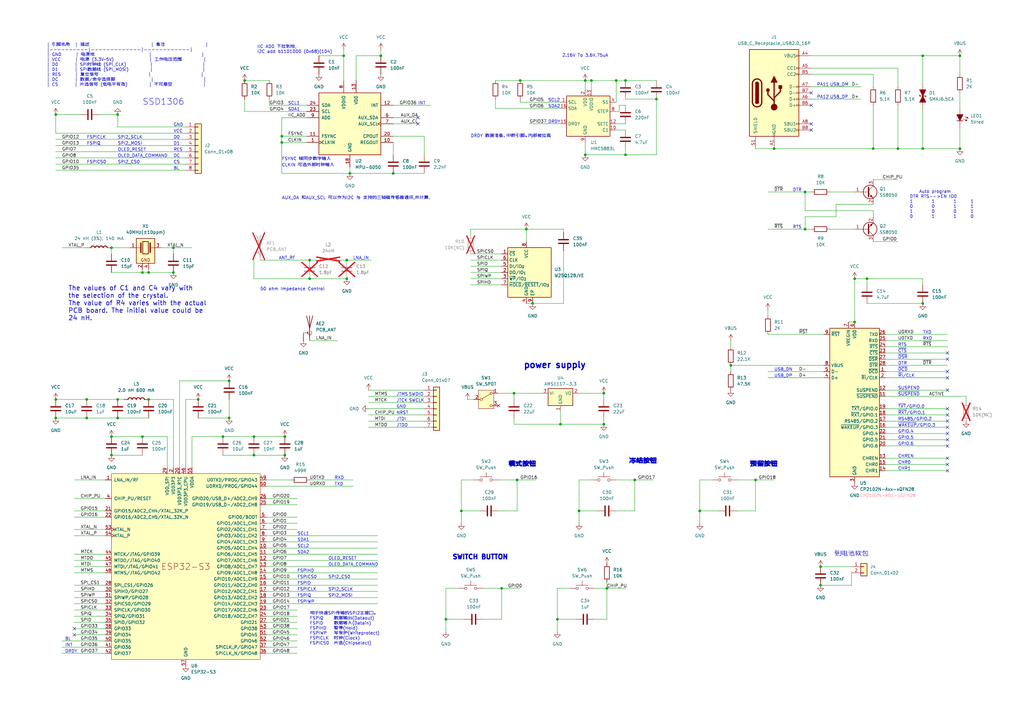
<source format=kicad_sch>
(kicad_sch (version 20250114) (generator "eeschema") (generator_version "9.0")
  (paper "A3")
  (text "FSPICLK" (at 121.92 242.57 0) (effects (font (size 1.27 1.27)) (justify left bottom)))
  (text "AUX_DA 和AUX_SCL 可以作为I2C 与 支持的三轴磁传感器通讯,并计算." (at 115.57 81.28 0) (effects (font (size 1.27 1.27)) (justify left)))
  (text "PA12" (at 335.026 40.64 0) (effects (font (size 1.27 1.27)) (justify left bottom)))
  (text "DTR" (at 325.12 78.74 0) (effects (font (size 1.27 1.27)) (justify left bottom)))
  (text "RTS" (at 368.3 142.24 0) (effects (font (size 1.27 1.27)) (justify left bottom)))
  (text "TXD" (at 137.16 199.39 0) (effects (font (size 1.27 1.27)) (justify left bottom)))
  (text "SCL1" (at 118.11 43.18 0) (effects (font (size 1.27 1.27)) (justify left bottom)))
  (text "PA11" (at 335.026 35.56 0) (effects (font (size 1.27 1.27)) (justify left bottom)))
  (text "GND" (at 71.12 52.07 0) (effects (font (size 1.27 1.27)) (justify left bottom)))
  (text "JTDO" (at 162.56 175.26 0) (effects (font (size 1.27 1.27)) (justify left bottom)))
  (text "INT" (at 171.45 43.18 0) (effects (font (size 1.27 1.27)) (justify left bottom)))
  (text "GPIO.5" (at 368.3 180.34 0) (effects (font (size 1.27 1.27)) (justify left bottom)))
  (text "FSPICS0" (at 121.92 237.49 0) (effects (font (size 1.27 1.27)) (justify left bottom)))
  (text "SDA2" (at 121.92 227.33 0) (effects (font (size 1.27 1.27)) (justify left bottom)))
  (text "OLED_DATA_COMMAND" (at 134.62 232.41 0) (effects (font (size 1.27 1.27)) (justify left bottom)))
  (text "FSYNC 帧同步数字输入" (at 115.57 66.04 0) (effects (font (size 1.27 1.27)) (justify left bottom)))
  (text "FSPICS0" (at 35.56 67.31 0) (effects (font (size 1.27 1.27)) (justify left bottom)))
  (text "RXD" (at 378.46 139.7 0) (effects (font (size 1.27 1.27)) (justify left bottom)))
  (text "     Auto program\n DTR RTS-->EN IO0\n 1        1        1      1\n 0        0        1      1\n 1        0        0      1\n 0        1        1      0" (at 372.11 83.82 0) (effects (font (size 1.27 1.27)) (justify left)))
  (text "IIC AD0 下拉到地,\nI2C add b1101000 (0x68)(104)" (at 105.41 20.32 0) (effects (font (size 1.27 1.27)) (justify left)))
  (text "USB_DM" (at 340.36 35.56 0) (effects (font (size 1.27 1.27)) (justify left bottom)))
  (text "VCC" (at 71.12 54.61 0) (effects (font (size 1.27 1.27)) (justify left bottom)))
  (text "RS485/GPIO.2" (at 368.3 172.72 0) (effects (font (size 1.27 1.27)) (justify left bottom)))
  (text "SWDIO" (at 167.64 162.56 0) (effects (font (size 1.27 1.27)) (justify left bottom)))
  (text "RES" (at 71.12 62.23 0) (effects (font (size 1.27 1.27)) (justify left bottom)))
  (text "SPI2_CS0" (at 48.26 67.31 0) (effects (font (size 1.27 1.27)) (justify left bottom)))
  (text "FSPICLK" (at 35.56 57.15 0) (effects (font (size 1.27 1.27)) (justify left bottom)))
  (text "JTDI" (at 162.56 172.72 0) (effects (font (size 1.27 1.27)) (justify left bottom)))
  (text "到电池软包\n" (at 349.25 227.33 0) (effects (font (size 1.905 1.905))))
  (text "RTS" (at 325.12 93.98 0) (effects (font (size 1.27 1.27)) (justify left bottom)))
  (text "SPI2_SCLK" (at 48.26 57.15 0) (effects (font (size 1.27 1.27)) (justify left bottom)))
  (text "CLKIN 可选外部时钟输入" (at 115.57 68.58 0) (effects (font (size 1.27 1.27)) (justify left bottom)))
  (text "USB_DP" (at 340.36 40.64 0) (effects (font (size 1.27 1.27)) (justify left bottom)))
  (text "SPI2_SCLK" (at 134.62 242.57 0) (effects (font (size 1.27 1.27)) (justify left bottom)))
  (text "INT" (at 26.67 265.43 0) (effects (font (size 1.27 1.27)) (justify left bottom)))
  (text "FSPIQ" (at 121.92 245.11 0) (effects (font (size 1.27 1.27)) (justify left bottom)))
  (text "DC" (at 71.12 64.77 0) (effects (font (size 1.27 1.27)) (justify left bottom)))
  (text "~{WAKEUP}/GPIO.3" (at 368.3 175.26 0) (effects (font (size 1.27 1.27)) (justify left bottom)))
  (text "USB_DP" (at 317.5 154.94 0) (effects (font (size 1.27 1.27)) (justify left bottom)))
  (text "CHREN" (at 368.3 187.96 0) (effects (font (size 1.27 1.27)) (justify left bottom)))
  (text "DRDY" (at 224.79 50.8 0) (effects (font (size 1.27 1.27)) (justify left bottom)))
  (text "模式按钮\n" (at 208.28 190.5 0) (effects (font (size 1.905 1.905) (thickness 0.508) (bold yes)) (justify left)))
  (text "~{TXT}/GPIO.0" (at 368.3 167.64 0) (effects (font (size 1.27 1.27)) (justify left bottom)))
  (text "OLED_DATA_COMMAND" (at 48.26 64.77 0) (effects (font (size 1.27 1.27)) (justify left bottom)))
  (text "SUSPEND" (at 368.3 160.02 0) (effects (font (size 1.27 1.27)) (justify left bottom)))
  (text "LNA_IN" (at 144.78 106.68 0) (effects (font (size 1.27 1.27)) (justify left bottom)))
  (text "BL" (at 26.67 262.89 0) (effects (font (size 1.27 1.27)) (justify left bottom)))
  (text "RXD" (at 137.16 196.85 0) (effects (font (size 1.27 1.27)) (justify left bottom)))
  (text "ANT_RF" (at 114.3 106.68 0) (effects (font (size 1.27 1.27)) (justify left bottom)))
  (text "FSPIWP" (at 121.92 247.65 0) (effects (font (size 1.27 1.27)) (justify left bottom)))
  (text "SDA1" (at 118.11 45.72 0) (effects (font (size 1.27 1.27)) (justify left bottom)))
  (text "~{DCD}" (at 368.3 152.4 0) (effects (font (size 1.27 1.27)) (justify left bottom)))
  (text "~{DSR}" (at 368.3 147.32 0) (effects (font (size 1.27 1.27)) (justify left bottom)))
  (text "GPIO.4" (at 368.3 177.8 0) (effects (font (size 1.27 1.27)) (justify left bottom)))
  (text "CHR0" (at 368.3 190.5 0) (effects (font (size 1.27 1.27)) (justify left bottom)))
  (text "SCL2" (at 121.92 224.79 0) (effects (font (size 1.27 1.27)) (justify left bottom)))
  (text "~{RXT}/GPIO.1" (at 368.3 170.18 0) (effects (font (size 1.27 1.27)) (justify left bottom)))
  (text "SWCLK" (at 167.64 165.1 0) (effects (font (size 1.27 1.27)) (justify left bottom)))
  (text "冻结按钮" (at 257.81 189.23 0) (effects (font (size 1.905 1.905) (thickness 0.508) (bold yes)) (justify left)))
  (text "JTMS" (at 162.56 162.56 0) (effects (font (size 1.27 1.27)) (justify left bottom)))
  (text "SDA1" (at 121.92 222.25 0) (effects (font (size 1.27 1.27)) (justify left bottom)))
  (text "D1" (at 71.12 59.69 0) (effects (font (size 1.27 1.27)) (justify left bottom)))
  (text "2.16V To 3.6V,75uA" (at 240.03 22.86 0) (effects (font (size 1.27 1.27))))
  (text "SWITCH BUTTON" (at 185.42 228.6 0) (effects (font (size 1.905 1.905) (thickness 0.508) (bold yes)) (justify left)))
  (text "CHR1" (at 368.3 193.04 0) (effects (font (size 1.27 1.27)) (justify left bottom)))
  (text "NRST" (at 162.56 170.18 0) (effects (font (size 1.27 1.27)) (justify left bottom)))
  (text "OLED_RESET" (at 134.62 229.87 0) (effects (font (size 1.27 1.27)) (justify left bottom)))
  (text "GPIO.6" (at 368.3 182.88 0) (effects (font (size 1.27 1.27)) (justify left bottom)))
  (text "The values of C1 and C4 vary with\nthe selection of the crystal.\nThe value of R4 varies with the actual\nPCB board. The initial value could be\n24 nH." (exclude_from_sim yes) (at 27.94 124.46 0) (effects (font (size 1.905 1.905) (thickness 0.2381)) (justify left)))
  (text "用于快速SPI传输的SPI2主接口。\nFSPIQ	数据输出(Dataout)\nFSPID	数据输入(Datain)\nFSPIHD	暂停(Hold)\nFSPIWP	写保护(Writeprotect)\nFSPICLK	时钟(Clock)\nFSPICS0	片选(Chipselect)" (at 127 257.81 0) (effects (font (size 1.27 1.27)) (justify left)))
  (text "50 ohm Impedance Control" (at 106.68 119.38 0) (effects (font (size 1.27 1.27)) (justify left bottom)))
  (text "FSPID" (at 121.92 240.03 0) (effects (font (size 1.27 1.27)) (justify left bottom)))
  (text "SPI2_MOSI" (at 48.26 59.69 0) (effects (font (size 1.27 1.27)) (justify left bottom)))
  (text "SPI2_MOSI" (at 134.62 245.11 0) (effects (font (size 1.27 1.27)) (justify left bottom)))
  (text "FSPIHD" (at 121.92 234.95 0) (effects (font (size 1.27 1.27)) (justify left bottom)))
  (text "~{RI}/CLK" (at 368.3 154.94 0) (effects (font (size 1.27 1.27)) (justify left bottom)))
  (text "SCL1" (at 121.92 219.71 0) (effects (font (size 1.27 1.27)) (justify left bottom)))
  (text "SCL2" (at 224.79 41.91 0) (effects (font (size 1.27 1.27)) (justify left bottom)))
  (text "| 引脚名称  | 描述                          | 备注                 |\n|----------|-------------|------------|\n| GND      | 电源地                       |                     |\n| VCC      | 电源 (3.3V~5V)               | 工作电压范围         |\n| D0       | SPI时钟线 (SPI_CLK)          |                     |\n| D1       | SPI数据线 (SPI_MOSI)         |                     |\n| RES      | 复位信号                     |                     |\n| DC       | 数据/命令选择脚               |                     |\n| CS       | 片选信号 (低电平有效)         | 不可悬空             |" (exclude_from_sim yes) (at 19.05 26.67 0) (effects (font (size 1.27 1.27)) (justify left)))
  (text "CS" (at 71.12 67.31 0) (effects (font (size 1.27 1.27)) (justify left bottom)))
  (text "SDA2" (at 224.79 44.45 0) (effects (font (size 1.27 1.27)) (justify left bottom)))
  (text "JTCK" (at 162.56 165.1 0) (effects (font (size 1.27 1.27)) (justify left bottom)))
  (text "BL" (at 71.12 69.85 0) (effects (font (size 1.27 1.27)) (justify left bottom)))
  (text "USB_DN" (at 317.5 152.4 0) (effects (font (size 1.27 1.27)) (justify left bottom)))
  (text "OLED_RESET" (at 48.26 62.23 0) (effects (font (size 1.27 1.27)) (justify left bottom)))
  (text "预留按钮\n" (at 307.34 190.5 0) (effects (font (size 1.905 1.905) (thickness 0.508) (bold yes)) (justify left)))
  (text "~{SUSPEND}" (at 368.3 162.56 0) (effects (font (size 1.27 1.27)) (justify left bottom)))
  (text "power supply" (exclude_from_sim yes) (at 214.63 149.86 0) (effects (font (size 2.54 2.54) (thickness 0.508) (bold yes)) (justify left)))
  (text "FSPIQ" (at 35.56 59.69 0) (effects (font (size 1.27 1.27)) (justify left bottom)))
  (text "SSD1306" (at 58.42 41.91 0) (effects (font (size 2.54 2.54)) (justify left)))
  (text "~{CTS}" (at 368.3 144.78 0) (effects (font (size 1.27 1.27)) (justify left bottom)))
  (text "DTR" (at 368.3 149.86 0) (effects (font (size 1.27 1.27)) (justify left bottom)))
  (text "D0" (at 71.12 57.15 0) (effects (font (size 1.27 1.27)) (justify left bottom)))
  (text "DRDY 数据准备，中断引脚。内部被拉高" (at 209.55 55.88 0) (effects (font (size 1.27 1.27))))
  (text "SPI2_CS0" (at 134.62 237.49 0) (effects (font (size 1.27 1.27)) (justify left bottom)))
  (text "DRDY" (at 26.67 267.97 0) (effects (font (size 1.27 1.27)) (justify left bottom)))
  (text "GND" (at 162.56 167.64 0) (effects (font (size 1.27 1.27)) (justify left bottom)))
  (text "TXD" (at 378.46 137.16 0) (effects (font (size 1.27 1.27)) (justify left bottom)))
  (junction (at 260.35 196.85))
  (junction (at 378.46 60.96))
  (junction (at 161.29 71.12))
  (junction (at 393.7 22.86))
  (junction (at 317.5 60.96))
  (junction (at 127 114.3))
  (junction (at 142.24 114.3))
  (junction (at 336.55 240.03))
  (junction (at 218.44 124.46))
  (junction (at 104.14 179.07))
  (junction (at 115.57 55.88))
  (junction (at 240.03 63.5))
  (junction (at 358.14 60.96))
  (junction (at 22.86 163.83))
  (junction (at 60.96 111.76))
  (junction (at 116.84 179.07))
  (junction (at 240.03 33.02))
  (junction (at 140.97 22.86))
  (junction (at 35.56 163.83))
  (junction (at 45.72 179.07))
  (junction (at 330.2 78.74))
  (junction (at 142.24 106.68))
  (junction (at 156.21 22.86))
  (junction (at 91.44 179.07))
  (junction (at 210.82 161.29))
  (junction (at 256.54 63.5))
  (junction (at 104.14 186.69))
  (junction (at 71.12 111.76))
  (junction (at 58.42 179.07))
  (junction (at 309.88 196.85))
  (junction (at 299.72 149.86))
  (junction (at 48.26 171.45))
  (junction (at 71.12 101.6))
  (junction (at 355.6 114.3))
  (junction (at 336.55 232.41))
  (junction (at 287.02 209.55))
  (junction (at 393.7 60.96))
  (junction (at 22.86 46.99))
  (junction (at 35.56 171.45))
  (junction (at 60.96 163.83))
  (junction (at 248.92 241.3))
  (junction (at 350.52 132.08))
  (junction (at 229.87 173.99))
  (junction (at 378.46 124.46))
  (junction (at 182.88 254))
  (junction (at 81.28 163.83))
  (junction (at 237.49 209.55))
  (junction (at 127 106.68))
  (junction (at 368.3 60.96))
  (junction (at 22.86 171.45))
  (junction (at 242.57 33.02))
  (junction (at 116.84 186.69))
  (junction (at 45.72 101.6))
  (junction (at 212.09 196.85))
  (junction (at 115.57 58.42))
  (junction (at 93.98 171.45))
  (junction (at 252.73 33.02))
  (junction (at 330.2 93.98))
  (junction (at 205.74 241.3))
  (junction (at 45.72 186.69))
  (junction (at 100.33 33.02))
  (junction (at 378.46 22.86))
  (junction (at 93.98 156.21))
  (junction (at 256.54 33.02))
  (junction (at 48.26 46.99))
  (junction (at 213.36 33.02))
  (junction (at 143.51 71.12))
  (junction (at 269.24 40.64))
  (junction (at 215.9 93.98))
  (junction (at 58.42 111.76))
  (junction (at 350.52 114.3))
  (junction (at 48.26 163.83))
  (junction (at 247.65 161.29))
  (junction (at 189.23 209.55))
  (junction (at 247.65 173.99))
  (junction (at 228.6 254))
  (no_connect (at 388.62 160.02))
  (no_connect (at 30.48 260.35))
  (no_connect (at 388.62 152.4))
  (no_connect (at 332.74 43.18))
  (no_connect (at 388.62 182.88))
  (no_connect (at 388.62 180.34))
  (no_connect (at 204.47 166.37))
  (no_connect (at 388.62 175.26))
  (no_connect (at 171.45 48.26))
  (no_connect (at 388.62 172.72))
  (no_connect (at 388.62 144.78))
  (no_connect (at 388.62 190.5))
  (no_connect (at 388.62 177.8))
  (no_connect (at 30.48 257.81))
  (no_connect (at 332.74 50.8))
  (no_connect (at 388.62 154.94))
  (no_connect (at 332.74 38.1))
  (no_connect (at 388.62 193.04))
  (no_connect (at 388.62 147.32))
  (no_connect (at 332.74 53.34))
  (no_connect (at 388.62 170.18))
  (no_connect (at 388.62 187.96))
  (no_connect (at 388.62 167.64))
  (no_connect (at 171.45 50.8))
  (wire (pts (xy 215.9 93.98) (xy 215.9 99.06)))
  (wire (pts (xy 314.96 93.98) (xy 330.2 93.98)))
  (wire (pts (xy 388.62 167.64) (xy 363.22 167.64)))
  (wire (pts (xy 358.14 60.96) (xy 317.5 60.96)))
  (wire (pts (xy 252.73 50.8) (xy 256.54 50.8)))
  (wire (pts (xy 30.48 212.09) (xy 43.18 212.09)))
  (wire (pts (xy 30.48 209.55) (xy 43.18 209.55)))
  (wire (pts (xy 109.22 255.27) (xy 121.92 255.27)))
  (wire (pts (xy 151.13 162.56) (xy 173.99 162.56)))
  (wire (pts (xy 60.96 163.83) (xy 71.12 163.83)))
  (wire (pts (xy 127 196.85) (xy 144.78 196.85)))
  (wire (pts (xy 109.22 257.81) (xy 121.92 257.81)))
  (wire (pts (xy 142.24 114.3) (xy 127 114.3)))
  (wire (pts (xy 48.26 46.99) (xy 48.26 52.07)))
  (wire (pts (xy 314.96 78.74) (xy 330.2 78.74)))
  (wire (pts (xy 378.46 114.3) (xy 378.46 116.84)))
  (wire (pts (xy 252.73 209.55) (xy 260.35 209.55)))
  (wire (pts (xy 22.86 46.99) (xy 33.02 46.99)))
  (wire (pts (xy 139.7 106.68) (xy 142.24 106.68)))
  (wire (pts (xy 130.81 22.86) (xy 140.97 22.86)))
  (wire (pts (xy 109.22 250.19) (xy 121.92 250.19)))
  (wire (pts (xy 193.04 96.52) (xy 193.04 93.98)))
  (wire (pts (xy 368.3 43.18) (xy 368.3 60.96)))
  (wire (pts (xy 161.29 71.12) (xy 173.99 71.12)))
  (wire (pts (xy 336.55 232.41) (xy 349.25 232.41)))
  (wire (pts (xy 237.49 209.55) (xy 245.11 209.55)))
  (wire (pts (xy 109.22 232.41) (xy 154.94 232.41)))
  (wire (pts (xy 237.49 196.85) (xy 237.49 209.55)))
  (wire (pts (xy 260.35 196.85) (xy 267.97 196.85)))
  (wire (pts (xy 309.88 60.96) (xy 317.5 60.96)))
  (wire (pts (xy 151.13 175.26) (xy 173.99 175.26)))
  (wire (pts (xy 115.57 58.42) (xy 125.73 58.42)))
  (wire (pts (xy 314.96 152.4) (xy 337.82 152.4)))
  (wire (pts (xy 182.88 241.3) (xy 182.88 254)))
  (wire (pts (xy 58.42 110.49) (xy 58.42 111.76)))
  (wire (pts (xy 330.2 86.36) (xy 358.14 86.36)))
  (wire (pts (xy 212.09 209.55) (xy 212.09 196.85)))
  (wire (pts (xy 58.42 179.07) (xy 68.58 179.07)))
  (wire (pts (xy 127 106.68) (xy 129.54 106.68)))
  (wire (pts (xy 110.49 43.18) (xy 125.73 43.18)))
  (wire (pts (xy 388.62 149.86) (xy 363.22 149.86)))
  (wire (pts (xy 332.74 27.94) (xy 368.3 27.94)))
  (wire (pts (xy 260.35 209.55) (xy 260.35 196.85)))
  (wire (pts (xy 314.96 154.94) (xy 337.82 154.94)))
  (wire (pts (xy 350.52 114.3) (xy 350.52 132.08)))
  (wire (pts (xy 248.92 241.3) (xy 256.54 241.3)))
  (wire (pts (xy 340.36 93.98) (xy 350.52 93.98)))
  (wire (pts (xy 330.2 78.74) (xy 332.74 78.74)))
  (wire (pts (xy 363.22 139.7) (xy 388.62 139.7)))
  (wire (pts (xy 231.14 124.46) (xy 218.44 124.46)))
  (wire (pts (xy 22.86 69.85) (xy 76.2 69.85)))
  (wire (pts (xy 140.97 22.86) (xy 140.97 33.02)))
  (wire (pts (xy 247.65 161.29) (xy 247.65 163.83)))
  (wire (pts (xy 173.99 55.88) (xy 173.99 63.5)))
  (wire (pts (xy 71.12 101.6) (xy 71.12 104.14)))
  (wire (pts (xy 388.62 177.8) (xy 363.22 177.8)))
  (wire (pts (xy 358.14 86.36) (xy 358.14 88.9)))
  (wire (pts (xy 22.86 46.99) (xy 22.86 54.61)))
  (wire (pts (xy 287.02 196.85) (xy 287.02 209.55)))
  (wire (pts (xy 106.68 106.68) (xy 127 106.68)))
  (wire (pts (xy 204.47 209.55) (xy 212.09 209.55)))
  (wire (pts (xy 203.2 44.45) (xy 203.2 40.64)))
  (wire (pts (xy 347.98 132.08) (xy 350.52 132.08)))
  (wire (pts (xy 242.57 33.02) (xy 242.57 36.83)))
  (wire (pts (xy 248.92 238.76) (xy 248.92 241.3)))
  (wire (pts (xy 78.74 179.07) (xy 91.44 179.07)))
  (wire (pts (xy 189.23 209.55) (xy 189.23 214.63)))
  (wire (pts (xy 240.03 33.02) (xy 240.03 36.83)))
  (wire (pts (xy 242.57 196.85) (xy 237.49 196.85)))
  (wire (pts (xy 388.62 154.94) (xy 363.22 154.94)))
  (wire (pts (xy 240.03 58.42) (xy 240.03 63.5)))
  (wire (pts (xy 30.48 229.87) (xy 43.18 229.87)))
  (wire (pts (xy 30.48 247.65) (xy 43.18 247.65)))
  (wire (pts (xy 30.48 240.03) (xy 43.18 240.03)))
  (wire (pts (xy 355.6 114.3) (xy 355.6 116.84)))
  (wire (pts (xy 229.87 173.99) (xy 247.65 173.99)))
  (wire (pts (xy 393.7 60.96) (xy 378.46 60.96)))
  (wire (pts (xy 314.96 127) (xy 314.96 129.54)))
  (wire (pts (xy 256.54 63.5) (xy 256.54 60.96)))
  (wire (pts (xy 292.1 196.85) (xy 287.02 196.85)))
  (wire (pts (xy 110.49 40.64) (xy 110.49 43.18)))
  (wire (pts (xy 109.22 247.65) (xy 154.94 247.65)))
  (wire (pts (xy 330.2 78.74) (xy 330.2 86.36)))
  (wire (pts (xy 363.22 162.56) (xy 396.24 162.56)))
  (wire (pts (xy 309.88 196.85) (xy 302.26 196.85)))
  (wire (pts (xy 215.9 124.46) (xy 218.44 124.46)))
  (wire (pts (xy 151.13 172.72) (xy 173.99 172.72)))
  (wire (pts (xy 254 45.72) (xy 254 43.18)))
  (wire (pts (xy 115.57 55.88) (xy 115.57 58.42)))
  (wire (pts (xy 309.88 196.85) (xy 317.5 196.85)))
  (wire (pts (xy 237.49 161.29) (xy 247.65 161.29)))
  (wire (pts (xy 388.62 180.34) (xy 363.22 180.34)))
  (wire (pts (xy 210.82 161.29) (xy 222.25 161.29)))
  (wire (pts (xy 378.46 60.96) (xy 368.3 60.96)))
  (wire (pts (xy 242.57 33.02) (xy 252.73 33.02)))
  (wire (pts (xy 349.25 240.03) (xy 349.25 234.95)))
  (wire (pts (xy 240.03 63.5) (xy 256.54 63.5)))
  (wire (pts (xy 378.46 22.86) (xy 378.46 34.29)))
  (wire (pts (xy 388.62 187.96) (xy 363.22 187.96)))
  (wire (pts (xy 161.29 48.26) (xy 171.45 48.26)))
  (wire (pts (xy 109.22 245.11) (xy 154.94 245.11)))
  (wire (pts (xy 193.04 93.98) (xy 215.9 93.98)))
  (wire (pts (xy 388.62 160.02) (xy 363.22 160.02)))
  (wire (pts (xy 269.24 40.64) (xy 269.24 63.5)))
  (wire (pts (xy 368.3 27.94) (xy 368.3 35.56)))
  (wire (pts (xy 210.82 171.45) (xy 210.82 173.99)))
  (wire (pts (xy 203.2 33.02) (xy 213.36 33.02)))
  (wire (pts (xy 73.66 156.21) (xy 73.66 191.77)))
  (wire (pts (xy 100.33 33.02) (xy 110.49 33.02)))
  (wire (pts (xy 161.29 63.5) (xy 161.29 58.42)))
  (wire (pts (xy 109.22 260.35) (xy 121.92 260.35)))
  (wire (pts (xy 332.74 35.56) (xy 353.06 35.56)))
  (wire (pts (xy 302.26 209.55) (xy 309.88 209.55)))
  (wire (pts (xy 198.12 254) (xy 205.74 254)))
  (wire (pts (xy 393.7 52.07) (xy 393.7 60.96)))
  (wire (pts (xy 35.56 171.45) (xy 48.26 171.45)))
  (wire (pts (xy 228.6 241.3) (xy 228.6 254)))
  (wire (pts (xy 109.22 219.71) (xy 154.94 219.71)))
  (wire (pts (xy 25.4 101.6) (xy 35.56 101.6)))
  (wire (pts (xy 151.13 165.1) (xy 173.99 165.1)))
  (wire (pts (xy 109.22 237.49) (xy 154.94 237.49)))
  (wire (pts (xy 76.2 163.83) (xy 81.28 163.83)))
  (wire (pts (xy 388.62 190.5) (xy 363.22 190.5)))
  (wire (pts (xy 109.22 262.89) (xy 121.92 262.89)))
  (wire (pts (xy 182.88 254) (xy 182.88 259.08)))
  (wire (pts (xy 151.13 170.18) (xy 173.99 170.18)))
  (wire (pts (xy 161.29 50.8) (xy 171.45 50.8)))
  (wire (pts (xy 269.24 63.5) (xy 256.54 63.5)))
  (wire (pts (xy 104.14 106.68) (xy 104.14 114.3)))
  (wire (pts (xy 45.72 179.07) (xy 58.42 179.07)))
  (wire (pts (xy 252.73 53.34) (xy 256.54 53.34)))
  (wire (pts (xy 45.72 101.6) (xy 53.34 101.6)))
  (wire (pts (xy 91.44 179.07) (xy 104.14 179.07)))
  (wire (pts (xy 393.7 22.86) (xy 393.7 30.48)))
  (wire (pts (xy 213.36 33.02) (xy 240.03 33.02)))
  (wire (pts (xy 109.22 207.01) (xy 121.92 207.01)))
  (wire (pts (xy 330.2 93.98) (xy 332.74 93.98)))
  (wire (pts (xy 193.04 106.68) (xy 205.74 106.68)))
  (wire (pts (xy 151.13 160.02) (xy 173.99 160.02)))
  (wire (pts (xy 247.65 171.45) (xy 247.65 173.99)))
  (wire (pts (xy 109.22 224.79) (xy 154.94 224.79)))
  (wire (pts (xy 205.74 254) (xy 205.74 241.3)))
  (wire (pts (xy 48.26 171.45) (xy 60.96 171.45)))
  (wire (pts (xy 355.6 114.3) (xy 378.46 114.3)))
  (wire (pts (xy 287.02 209.55) (xy 294.64 209.55)))
  (wire (pts (xy 22.86 163.83) (xy 35.56 163.83)))
  (wire (pts (xy 109.22 240.03) (xy 154.94 240.03)))
  (wire (pts (xy 340.36 78.74) (xy 350.52 78.74)))
  (wire (pts (xy 109.22 212.09) (xy 121.92 212.09)))
  (wire (pts (xy 193.04 109.22) (xy 205.74 109.22)))
  (wire (pts (xy 388.62 142.24) (xy 363.22 142.24)))
  (wire (pts (xy 231.14 93.98) (xy 231.14 95.25)))
  (wire (pts (xy 109.22 252.73) (xy 121.92 252.73)))
  (wire (pts (xy 228.6 254) (xy 236.22 254)))
  (wire (pts (xy 358.14 73.66) (xy 368.3 73.66)))
  (wire (pts (xy 193.04 116.84) (xy 205.74 116.84)))
  (wire (pts (xy 229.87 168.91) (xy 229.87 173.99)))
  (wire (pts (xy 342.9 83.82) (xy 358.14 83.82)))
  (wire (pts (xy 109.22 222.25) (xy 154.94 222.25)))
  (wire (pts (xy 22.86 64.77) (xy 76.2 64.77)))
  (wire (pts (xy 30.48 196.85) (xy 43.18 196.85)))
  (wire (pts (xy 151.13 167.64) (xy 173.99 167.64)))
  (wire (pts (xy 30.48 217.17) (xy 43.18 217.17)))
  (wire (pts (xy 193.04 111.76) (xy 205.74 111.76)))
  (wire (pts (xy 378.46 124.46) (xy 355.6 124.46)))
  (wire (pts (xy 48.26 163.83) (xy 35.56 163.83)))
  (wire (pts (xy 81.28 171.45) (xy 93.98 171.45)))
  (wire (pts (xy 30.48 257.81) (xy 43.18 257.81)))
  (wire (pts (xy 299.72 139.7) (xy 299.72 142.24)))
  (wire (pts (xy 350.52 114.3) (xy 355.6 114.3)))
  (wire (pts (xy 22.86 59.69) (xy 76.2 59.69)))
  (wire (pts (xy 212.09 196.85) (xy 204.47 196.85)))
  (wire (pts (xy 189.23 196.85) (xy 189.23 209.55)))
  (wire (pts (xy 363.22 137.16) (xy 388.62 137.16)))
  (wire (pts (xy 358.14 99.06) (xy 368.3 99.06)))
  (wire (pts (xy 378.46 22.86) (xy 393.7 22.86)))
  (wire (pts (xy 336.55 240.03) (xy 349.25 240.03)))
  (wire (pts (xy 109.22 267.97) (xy 121.92 267.97)))
  (wire (pts (xy 243.84 254) (xy 248.92 254)))
  (wire (pts (xy 314.96 137.16) (xy 337.82 137.16)))
  (wire (pts (xy 30.48 219.71) (xy 43.18 219.71)))
  (wire (pts (xy 115.57 71.12) (xy 143.51 71.12)))
  (wire (pts (xy 388.62 172.72) (xy 363.22 172.72)))
  (wire (pts (xy 248.92 254) (xy 248.92 241.3)))
  (wire (pts (xy 388.62 170.18) (xy 363.22 170.18)))
  (wire (pts (xy 388.62 175.26) (xy 363.22 175.26)))
  (wire (pts (xy 252.73 33.02) (xy 252.73 41.91)))
  (wire (pts (xy 109.22 196.85) (xy 119.38 196.85)))
  (wire (pts (xy 50.8 163.83) (xy 48.26 163.83)))
  (wire (pts (xy 125.73 48.26) (xy 115.57 48.26)))
  (wire (pts (xy 396.24 162.56) (xy 396.24 165.1)))
  (wire (pts (xy 30.48 232.41) (xy 43.18 232.41)))
  (wire (pts (xy 60.96 110.49) (xy 60.96 111.76)))
  (wire (pts (xy 30.48 227.33) (xy 43.18 227.33)))
  (wire (pts (xy 237.49 209.55) (xy 237.49 214.63)))
  (wire (pts (xy 215.9 93.98) (xy 231.14 93.98)))
  (wire (pts (xy 91.44 186.69) (xy 104.14 186.69)))
  (wire (pts (xy 22.86 67.31) (xy 76.2 67.31)))
  (wire (pts (xy 104.14 179.07) (xy 116.84 179.07)))
  (wire (pts (xy 358.14 30.48) (xy 358.14 35.56)))
  (wire (pts (xy 66.04 101.6) (xy 71.12 101.6)))
  (wire (pts (xy 30.48 234.95) (xy 43.18 234.95)))
  (wire (pts (xy 25.4 267.97) (xy 43.18 267.97)))
  (wire (pts (xy 191.77 163.83) (xy 194.31 163.83)))
  (wire (pts (xy 116.84 186.69) (xy 104.14 186.69)))
  (wire (pts (xy 256.54 33.02) (xy 269.24 33.02)))
  (wire (pts (xy 22.86 54.61) (xy 76.2 54.61)))
  (wire (pts (xy 71.12 101.6) (xy 78.74 101.6)))
  (wire (pts (xy 213.36 41.91) (xy 229.87 41.91)))
  (wire (pts (xy 330.2 88.9) (xy 330.2 93.98)))
  (wire (pts (xy 25.4 265.43) (xy 43.18 265.43)))
  (wire (pts (xy 109.22 199.39) (xy 144.78 199.39)))
  (wire (pts (xy 25.4 262.89) (xy 43.18 262.89)))
  (wire (pts (xy 115.57 58.42) (xy 115.57 71.12)))
  (wire (pts (xy 231.14 102.87) (xy 231.14 124.46)))
  (wire (pts (xy 146.05 33.02) (xy 146.05 22.86)))
  (wire (pts (xy 45.72 186.69) (xy 58.42 186.69)))
  (wire (pts (xy 228.6 254) (xy 228.6 259.08)))
  (wire (pts (xy 45.72 111.76) (xy 58.42 111.76)))
  (wire (pts (xy 252.73 45.72) (xy 254 45.72)))
  (wire (pts (xy 76.2 163.83) (xy 76.2 191.77)))
  (wire (pts (xy 140.97 20.32) (xy 140.97 22.86)))
  (wire (pts (xy 388.62 182.88) (xy 363.22 182.88)))
  (wire (pts (xy 22.86 171.45) (xy 35.56 171.45)))
  (wire (pts (xy 378.46 44.45) (xy 378.46 60.96)))
  (wire (pts (xy 30.48 250.19) (xy 43.18 250.19)))
  (wire (pts (xy 58.42 111.76) (xy 60.96 111.76)))
  (wire (pts (xy 30.48 242.57) (xy 43.18 242.57)))
  (wire (pts (xy 388.62 147.32) (xy 363.22 147.32)))
  (wire (pts (xy 109.22 265.43) (xy 121.92 265.43)))
  (wire (pts (xy 252.73 33.02) (xy 256.54 33.02)))
  (wire (pts (xy 146.05 22.86) (xy 156.21 22.86)))
  (wire (pts (xy 30.48 255.27) (xy 43.18 255.27)))
  (wire (pts (xy 93.98 156.21) (xy 73.66 156.21)))
  (wire (pts (xy 193.04 104.14) (xy 205.74 104.14)))
  (wire (pts (xy 109.22 217.17) (xy 121.92 217.17)))
  (wire (pts (xy 205.74 241.3) (xy 198.12 241.3)))
  (wire (pts (xy 388.62 144.78) (xy 363.22 144.78)))
  (wire (pts (xy 161.29 55.88) (xy 173.99 55.88)))
  (wire (pts (xy 287.02 209.55) (xy 287.02 214.63)))
  (wire (pts (xy 233.68 241.3) (xy 228.6 241.3)))
  (wire (pts (xy 248.92 241.3) (xy 243.84 241.3)))
  (wire (pts (xy 213.36 41.91) (xy 213.36 40.64)))
  (wire (pts (xy 358.14 43.18) (xy 358.14 60.96)))
  (wire (pts (xy 48.26 52.07) (xy 76.2 52.07)))
  (wire (pts (xy 68.58 179.07) (xy 68.58 191.77)))
  (wire (pts (xy 109.22 214.63) (xy 121.92 214.63)))
  (wire (pts (xy 71.12 191.77) (xy 71.12 163.83)))
  (wire (pts (xy 299.72 149.86) (xy 299.72 152.4)))
  (wire (pts (xy 332.74 30.48) (xy 358.14 30.48)))
  (wire (pts (xy 109.22 227.33) (xy 154.94 227.33)))
  (wire (pts (xy 189.23 209.55) (xy 196.85 209.55)))
  (wire (pts (xy 143.51 68.58) (xy 143.51 71.12)))
  (wire (pts (xy 161.29 43.18) (xy 176.53 43.18)))
  (wire (pts (xy 127 139.7) (xy 138.43 139.7)))
  (wire (pts (xy 204.47 161.29) (xy 210.82 161.29)))
  (wire (pts (xy 309.88 209.55) (xy 309.88 196.85)))
  (wire (pts (xy 109.22 234.95) (xy 154.94 234.95)))
  (wire (pts (xy 210.82 173.99) (xy 229.87 173.99)))
  (wire (pts (xy 187.96 241.3) (xy 182.88 241.3)))
  (wire (pts (xy 299.72 149.86) (xy 337.82 149.86)))
  (wire (pts (xy 217.17 50.8) (xy 229.87 50.8)))
  (wire (pts (xy 142.24 106.68) (xy 152.4 106.68)))
  (wire (pts (xy 342.9 88.9) (xy 342.9 83.82)))
  (wire (pts (xy 143.51 71.12) (xy 161.29 71.12)))
  (wire (pts (xy 22.86 57.15) (xy 76.2 57.15)))
  (wire (pts (xy 109.22 242.57) (xy 154.94 242.57)))
  (wire (pts (xy 205.74 241.3) (xy 213.36 241.3)))
  (wire (pts (xy 203.2 44.45) (xy 229.87 44.45)))
  (wire (pts (xy 368.3 60.96) (xy 358.14 60.96)))
  (wire (pts (xy 78.74 179.07) (xy 78.74 191.77)))
  (wire (pts (xy 22.86 62.23) (xy 76.2 62.23)))
  (wire (pts (xy 30.48 204.47) (xy 43.18 204.47)))
  (wire (pts (xy 45.72 101.6) (xy 45.72 104.14)))
  (wire (pts (xy 193.04 114.3) (xy 205.74 114.3)))
  (wire (pts (xy 210.82 161.29) (xy 210.82 163.83)))
  (wire (pts (xy 332.74 40.64) (xy 353.06 40.64)))
  (wire (pts (xy 212.09 196.85) (xy 219.71 196.85)))
  (wire (pts (xy 93.98 163.83) (xy 93.98 171.45)))
  (wire (pts (xy 30.48 260.35) (xy 43.18 260.35)))
  (wire (pts (xy 388.62 193.04) (xy 363.22 193.04)))
  (wire (pts (xy 100.33 45.72) (xy 125.73 45.72)))
  (wire (pts (xy 393.7 38.1) (xy 393.7 44.45)))
  (wire (pts (xy 332.74 22.86) (xy 378.46 22.86)))
  (wire (pts (xy 30.48 245.11) (xy 43.18 245.11)))
  (wire (pts (xy 127 114.3) (xy 104.14 114.3)))
  (wire (pts (xy 115.57 48.26) (xy 115.57 55.88)))
  (wire (pts (xy 254 43.18) (xy 256.54 43.18)))
  (wire (pts (xy 182.88 254) (xy 190.5 254)))
  (wire (pts (xy 100.33 45.72) (xy 100.33 40.64)))
  (wire (pts (xy 109.22 204.47) (xy 121.92 204.47)))
  (wire (pts (xy 260.35 196.85) (xy 252.73 196.85)))
  (wire (pts (xy 115.57 55.88) (xy 125.73 55.88)))
  (wire (pts (xy 240.03 33.02) (xy 242.57 33.02)))
  (wire (pts (xy 109.22 229.87) (xy 154.94 229.87)))
  (wire (pts (xy 194.31 196.85) (xy 189.23 196.85)))
  (wire (pts (xy 60.96 111.76) (xy 71.12 111.76)))
  (wire (pts (xy 40.64 46.99) (xy 48.26 46.99)))
  (wire (pts (xy 388.62 152.4) (xy 363.22 152.4)))
  (wire (pts (xy 30.48 252.73) (xy 43.18 252.73)))
  (wire (pts (xy 256.54 40.64) (xy 269.24 40.64)))
  (wire (pts (xy 330.2 88.9) (xy 342.9 88.9)))
  (wire (pts (xy 156.21 20.32) (xy 156.21 22.86)))
  (label "GPIO21" (at 111.76 255.27 0))
  (label "GPIO36" (at 33.02 265.43 0))
  (label "GPIO47" (at 111.76 265.43 0))
  (label "GPIO6" (at 111.76 227.33 0))
  (label "~{DTR}" (at 378.46 149.86 0))
  (label "GPIO12" (at 111.76 242.57 0))
  (label "SPICS0" (at 33.02 247.65 0))
  (label "CHIP_PU" (at 33.02 204.47 0))
  (label "GPIO4" (at 111.76 222.25 0))
  (label "GPIO35" (at 25.4 69.85 0))
  (label "GPIO33" (at 33.02 257.81 0))
  (label "MTDO" (at 153.67 175.26 0))
  (label "SPIWP" (at 33.02 245.11 0))
  (label "LNA_IN" (at 129.54 139.7 0))
  (label "GPIO17" (at 261.62 196.85 0))
  (label "GPIO7" (at 111.76 229.87 0))
  (label "GPIO20" (at 111.76 204.47 0))
  (label "GPIO0" (at 361.95 99.06 0))
  (label "U0RXD" (at 127 199.39 0))
  (label "FSYNC" (at 118.11 55.88 0))
  (label "CHIP_PU" (at 153.67 170.18 0))
  (label "XTAL_P" (at 33.02 219.71 0))
  (label "GPIO7" (at 25.4 62.23 0))
  (label "SPICS0" (at 195.58 104.14 0))
  (label "U0TXD" (at 368.3 139.7 0))
  (label "~{RTS}" (at 378.46 142.24 0))
  (label "XTAL_N" (at 68.58 101.6 0))
  (label "GPIO3" (at 110.49 43.18 0))
  (label "GPIO4" (at 110.49 45.72 0))
  (label "GPIO5" (at 217.17 41.91 0))
  (label "GPIO13" (at 111.76 245.11 0))
  (label "GPIO38" (at 111.76 257.81 0))
  (label "SPIHD" (at 33.02 242.57 0))
  (label "MTMS" (at 33.02 234.95 0))
  (label "GPIO46" (at 111.76 262.89 0))
  (label "GPIO34" (at 33.02 260.35 0))
  (label "MTDI" (at 33.02 232.41 0))
  (label "AUX_DA" (at 171.45 48.26 180))
  (label "GPIO0" (at 208.28 241.3 0))
  (label "GPIO10" (at 111.76 237.49 0))
  (label "GPIO9" (at 111.76 234.95 0))
  (label "GPIO35" (at 33.02 262.89 0))
  (label "D+" (at 349.25 40.64 0))
  (label "MTCK" (at 153.67 165.1 0))
  (label "GPIO37" (at 33.02 267.97 0))
  (label "SPIHD" (at 195.58 116.84 0))
  (label "GPIO12" (at 25.4 57.15 0))
  (label "XTAL_N" (at 33.02 217.17 0))
  (label "MTDO" (at 33.02 229.87 0))
  (label "XTAL_P" (at 27.94 101.6 0))
  (label "SPIWP" (at 195.58 114.3 0))
  (label "GPIO1" (at 111.76 214.63 0))
  (label "IIC_AD0" (at 118.11 48.26 0))
  (label "GPIO18" (at 111.76 252.73 0))
  (label "GPIO5" (at 111.76 224.79 0))
  (label "~{DTR}" (at 317.5 78.74 0))
  (label "CHIP_PU" (at 248.92 241.3 0))
  (label "SPICLK" (at 195.58 106.68 0))
  (label "GPIO37" (at 217.17 50.8 0))
  (label "~{RTS}" (at 317.5 93.98 0))
  (label "GPIO8" (at 25.4 64.77 0))
  (label "D-" (at 327.66 152.4 0))
  (label "MTDI" (at 153.67 172.72 0))
  (label "GPIO16" (at 33.02 212.09 0))
  (label "GPIO0" (at 111.76 212.09 0))
  (label "D+" (at 327.66 154.94 0))
  (label "GPIO17" (at 111.76 250.19 0))
  (label "LNA_IN" (at 33.02 196.85 0))
  (label "CHIP_PU" (at 361.95 73.66 0))
  (label "SPID" (at 33.02 255.27 0))
  (label "GPIO2" (at 111.76 217.17 0))
  (label "CLKIN" (at 118.11 58.42 0))
  (label "GPIO14" (at 111.76 247.65 0))
  (label "SPI_CS1" (at 33.02 240.03 0))
  (label "GPIO45" (at 111.76 260.35 0))
  (label "GPIO18" (at 311.15 196.85 0))
  (label "GPIO13" (at 25.4 59.69 0))
  (label "U0TXD" (at 127 196.85 0))
  (label "SPIQ" (at 33.02 252.73 0))
  (label "GPIO8" (at 111.76 232.41 0))
  (label "ACTIVE" (at 381 162.56 0))
  (label "MTMS" (at 153.67 162.56 0))
  (label "GPIO15" (at 33.02 209.55 0))
  (label "GPIO19" (at 111.76 207.01 0))
  (label "GPIO3" (at 111.76 219.71 0))
  (label "GPIO16" (at 213.36 196.85 0))
  (label "GPIO48" (at 111.76 267.97 0))
  (label "D-" (at 349.25 35.56 0))
  (label "U0RXD" (at 368.3 137.16 0))
  (label "GPIO11" (at 111.76 240.03 0))
  (label "~{RST}" (at 327.66 137.16 0))
  (label "GPIO36" (at 163.83 43.18 0))
  (label "SPID" (at 195.58 109.22 0))
  (label "SPIQ" (at 195.58 111.76 0))
  (label "GPIO6" (at 217.17 44.45 0))
  (label "GPIO10" (at 25.4 67.31 0))
  (label "AUX_CL" (at 171.45 50.8 180))
  (label "MTCK" (at 33.02 227.33 0))
  (label "SPICLK" (at 33.02 250.19 0))
  (symbol (lib_id "power:GND") (at 299.72 160.02 0) (unit 1)
    (property "Reference" "#PWR024" (effects (hide yes)))
    (property "Value" "GND" (at 299.72 165.1 0))
    (property "Description" "Power symbol creates a global label with name \"GND\" , ground" (effects (hide yes)))
  )
  (symbol (lib_id "Transistor_BJT:SS8050") (at 355.6 78.74 0) (unit 1)
    (property "Reference" "Q1" (at 360.68 77.4699 0) (effects (justify left)))
    (property "Value" "SS8050" (at 360.68 80.0099 0) (effects (justify left)))
    (property "Footprint" "Package_TO_SOT_SMD:SOT-23" (effects (hide yes)))
    (property "Datasheet" "http://www.secosgmbh.com/datasheet/products/SSMPTransistor/SOT-23/SS8050.pdf" (effects (hide yes)))
    (property "Description" "General Purpose NPN Transistor, 1.5A Ic, 25V Vce, SOT-23" (effects (hide yes)))
  )
  (symbol (lib_id "PCM_Resistor_AKL:R_0805") (at 393.7 34.29 0) (unit 1)
    (property "Reference" "R1" (at 396.24 33.0199 0) (effects (justify left)))
    (property "Value" "2K" (at 396.24 35.5599 0) (effects (justify left)))
    (property "Footprint" "PCM_Resistor_SMD_AKL:R_0805_2012Metric" (effects (hide yes)))
    (property "Description" "SMD 0805 Chip Resistor, European Symbol, Alternate KiCad Library" (effects (hide yes)))
  )
  (symbol (lib_id "PCM_Resistor_AKL:R_0805") (at 396.24 168.91 180) (unit 1) (dnp yes)
    (property "Reference" "R14" (at 398.78 167.6399 0) (effects (justify right)))
    (property "Value" "10K(NC)" (at 398.78 170.1799 0) (effects (justify right)))
    (property "Footprint" "PCM_Resistor_SMD_AKL:R_0805_2012Metric" (effects (hide yes)))
    (property "Description" "SMD 0805 Chip Resistor, European Symbol, Alternate KiCad Library" (effects (hide yes)))
  )
  (symbol (lib_id "power:GND") (at 22.86 171.45 0) (unit 1)
    (property "Reference" "#PWR030" (effects (hide yes)))
    (property "Value" "GND" (at 22.86 176.53 0))
    (property "Description" "Power symbol creates a global label with name \"GND\" , ground" (effects (hide yes)))
  )
  (symbol (lib_id "power:VCC") (at 151.13 160.02 0) (unit 1)
    (property "Reference" "#PWR023" (effects (hide yes)))
    (property "Value" "VCC" (at 151.13 154.94 0))
    (property "Description" "Power symbol creates a global label with name \"VCC\"" (effects (hide yes)))
  )
  (symbol (lib_id "power:VCC") (at 156.21 20.32 0) (unit 1)
    (property "Reference" "#PWR02" (effects (hide yes)))
    (property "Value" "VCC" (at 156.21 15.24 0))
    (property "Description" "Power symbol creates a global label with name \"VCC\"" (effects (hide yes)))
  )
  (symbol (lib_id "power:VCC") (at 247.65 161.29 0) (unit 1)
    (property "Reference" "#PWR025" (effects (hide yes)))
    (property "Value" "VCC" (at 247.65 156.21 0))
    (property "Description" "Power symbol creates a global label with name \"VCC\"" (effects (hide yes)))
  )
  (symbol (lib_id "PCM_Capacitor_AKL:C_0805") (at 116.84 182.88 0) (mirror y) (unit 1)
    (property "Reference" "C28" (at 120.65 181.6099 0) (effects (justify right)))
    (property "Value" "1uF" (at 120.65 184.1499 0) (effects (justify right)))
    (property "Footprint" "PCM_Capacitor_SMD_AKL:C_0805_2012Metric" (effects (hide yes)))
    (property "Description" "SMD 0805 MLCC capacitor, Alternate KiCad Library" (effects (hide yes)))
  )
  (symbol (lib_id "power:GND") (at 240.03 63.5 0) (unit 1)
    (property "Reference" "#PWR011" (effects (hide yes)))
    (property "Value" "GND" (at 240.03 68.58 0))
    (property "Description" "Power symbol creates a global label with name \"GND\" , ground" (effects (hide yes)))
  )
  (symbol (lib_id "PCM_Capacitor_AKL:C_0805") (at 127 110.49 0) (unit 1) (on_board no) (dnp yes)
    (property "Reference" "C12" (at 130.81 109.2199 0) (effects (justify left)))
    (property "Value" "1.8pF" (at 130.81 111.7599 0) (effects (justify left)))
    (property "Footprint" "PCM_Capacitor_SMD_AKL:C_0805_2012Metric" (effects (hide yes)))
    (property "Description" "SMD 0805 MLCC capacitor, Alternate KiCad Library" (effects (hide yes)))
  )
  (symbol (lib_id "power:GND") (at 143.51 71.12 0) (unit 1)
    (property "Reference" "#PWR012" (effects (hide yes)))
    (property "Value" "GND" (at 143.51 76.2 0))
    (property "Description" "Power symbol creates a global label with name \"GND\" , ground" (effects (hide yes)))
  )
  (symbol (lib_id "power:GND") (at 93.98 171.45 0) (unit 1)
    (property "Reference" "#PWR031" (effects (hide yes)))
    (property "Value" "GND" (at 93.98 176.53 0))
    (property "Description" "Power symbol creates a global label with name \"GND\" , ground" (effects (hide yes)))
  )
  (symbol (lib_id "PCM_Resistor_AKL:R_0805") (at 299.72 146.05 180) (unit 1)
    (property "Reference" "R12" (at 302.26 144.7799 0) (effects (justify right)))
    (property "Value" "22.1K" (at 302.26 147.3199 0) (effects (justify right)))
    (property "Footprint" "PCM_Resistor_SMD_AKL:R_0805_2012Metric" (effects (hide yes)))
    (property "Description" "SMD 0805 Chip Resistor, European Symbol, Alternate KiCad Library" (effects (hide yes)))
  )
  (symbol (lib_id "PCM_Resistor_AKL:R_0805") (at 203.2 36.83 0) (unit 1)
    (property "Reference" "R4" (at 205.74 35.5599 0) (effects (justify left)))
    (property "Value" "10K" (at 205.74 38.0999 0) (effects (justify left)))
    (property "Footprint" "PCM_Resistor_SMD_AKL:R_0805_2012Metric" (effects (hide yes)))
    (property "Description" "SMD 0805 Chip Resistor, European Symbol, Alternate KiCad Library" (effects (hide yes)))
  )
  (symbol (lib_id "power:VCC") (at 215.9 93.98 0) (unit 1)
    (property "Reference" "#PWR013" (effects (hide yes)))
    (property "Value" "VCC" (at 215.9 88.9 0))
    (property "Description" "Power symbol creates a global label with name \"VCC\"" (effects (hide yes)))
  )
  (symbol (lib_id "Library:HMC5883L") (at 240.03 44.45 0) (unit 1)
    (property "Reference" "U1" (at 242.1733 58.42 0) (effects (justify left)))
    (property "Value" "HMC5883L" (at 242.1733 60.96 0) (effects (justify left)))
    (property "Footprint" "Library:LGA-16_3x3mm_P0.5mm" (effects (hide yes)))
    (property "Datasheet" "https://www.jlc-smt.com/lcsc/detail?componentCode=C976032" (effects (hide yes)))
    (property "Description" "3-axis Magnetic Sensor, I2C Interface, LGA-16(3x3)" (effects (hide yes)))
  )
  (symbol (lib_id "power:VCC") (at 240.03 33.02 0) (unit 1)
    (property "Reference" "#PWR07" (effects (hide yes)))
    (property "Value" "VCC" (at 240.03 27.94 0))
    (property "Description" "Power symbol creates a global label with name \"VCC\"" (effects (hide yes)))
  )
  (symbol (lib_id "PCM_Capacitor_AKL:C_0805") (at 256.54 36.83 0) (unit 1)
    (property "Reference" "C3" (at 260.35 35.5599 0) (effects (justify left)))
    (property "Value" "100nF" (at 260.35 38.0999 0) (effects (justify left)))
    (property "Footprint" "PCM_Capacitor_SMD_AKL:C_0805_2012Metric" (effects (hide yes)))
    (property "Description" "SMD 0805 MLCC capacitor, Alternate KiCad Library" (effects (hide yes)))
  )
  (symbol (lib_id "PCM_Capacitor_AKL:C_0805") (at 156.21 26.67 0) (unit 1)
    (property "Reference" "C2" (at 160.02 25.3999 0) (effects (justify left)))
    (property "Value" "100nF" (at 160.02 27.9399 0) (effects (justify left)))
    (property "Footprint" "PCM_Capacitor_SMD_AKL:C_0805_2012Metric" (effects (hide yes)))
    (property "Description" "SMD 0805 MLCC capacitor, Alternate KiCad Library" (effects (hide yes)))
  )
  (symbol (lib_id "power:GND") (at 336.55 240.03 0) (unit 1)
    (property "Reference" "#PWR044" (effects (hide yes)))
    (property "Value" "GND" (at 336.55 245.11 0))
    (property "Description" "Power symbol creates a global label with name \"GND\" , ground" (effects (hide yes)))
  )
  (symbol (lib_id "PCM_Diode_TVS_AKL:SMAJ6.5CA") (at 378.46 39.37 90) (unit 1)
    (property "Reference" "D1" (at 381 38.0999 90) (effects (justify right)))
    (property "Value" "SMAJ6.5CA" (at 381 40.6399 90) (effects (justify right)))
    (property "Footprint" "PCM_Diode_SMD_AKL:D_SMA_TVS" (effects (hide yes)))
    (property "Datasheet" "https://www.tme.eu/Document/dbc72d81c249fe51b6ab42300e8e06d0/SMAJ_ser.pdf" (effects (hide yes)))
    (property "Description" "SMA Bidirectional TVS Diode, 6.5V, 400W, Alternate KiCAD Library" (effects (hide yes)))
  )
  (symbol (lib_id "PCM_Capacitor_AKL:C_0805") (at 378.46 120.65 0) (unit 1)
    (property "Reference" "C15" (at 382.27 119.3799 0) (effects (justify left)))
    (property "Value" "100nF" (at 382.27 121.9199 0) (effects (justify left)))
    (property "Footprint" "PCM_Capacitor_SMD_AKL:C_0805_2012Metric" (effects (hide yes)))
    (property "Description" "SMD 0805 MLCC capacitor, Alternate KiCad Library" (effects (hide yes)))
  )
  (symbol (lib_id "power:VCC") (at 140.97 20.32 0) (unit 1)
    (property "Reference" "#PWR01" (effects (hide yes)))
    (property "Value" "VCC" (at 140.97 15.24 0))
    (property "Description" "Power symbol creates a global label with name \"VCC\"" (effects (hide yes)))
  )
  (symbol (lib_id "power:GND") (at 189.23 214.63 0) (unit 1)
    (property "Reference" "#PWR039" (effects (hide yes)))
    (property "Value" "GND" (at 189.23 219.71 0))
    (property "Description" "Power symbol creates a global label with name \"GND\" , ground" (effects (hide yes)))
  )
  (symbol (lib_id "PCM_Resistor_AKL:R_0805") (at 299.72 156.21 180) (unit 1)
    (property "Reference" "R13" (at 302.26 154.9399 0) (effects (justify right)))
    (property "Value" "47.5K" (at 302.26 157.4799 0) (effects (justify right)))
    (property "Footprint" "PCM_Resistor_SMD_AKL:R_0805_2012Metric" (effects (hide yes)))
    (property "Description" "SMD 0805 Chip Resistor, European Symbol, Alternate KiCad Library" (effects (hide yes)))
  )
  (symbol (lib_id "power:VBUS") (at 336.55 232.41 0) (unit 1)
    (property "Reference" "#PWR043" (effects (hide yes)))
    (property "Value" "VBUS" (at 336.55 227.33 0))
    (property "Description" "Power symbol creates a global label with name \"VBUS\"" (effects (hide yes)))
  )
  (symbol (lib_id "PCM_Resistor_AKL:R_0805") (at 213.36 36.83 0) (unit 1)
    (property "Reference" "R5" (at 215.9 35.5599 0) (effects (justify left)))
    (property "Value" "10K" (at 215.9 38.0999 0) (effects (justify left)))
    (property "Footprint" "PCM_Resistor_SMD_AKL:R_0805_2012Metric" (effects (hide yes)))
    (property "Description" "SMD 0805 Chip Resistor, European Symbol, Alternate KiCad Library" (effects (hide yes)))
  )
  (symbol (lib_id "PCM_Capacitor_AKL:C_0805") (at 93.98 160.02 0) (unit 1)
    (property "Reference" "C16" (at 97.79 158.7499 0) (effects (justify left)))
    (property "Value" "100nF" (at 97.79 161.2899 0) (effects (justify left)))
    (property "Footprint" "PCM_Capacitor_SMD_AKL:C_0805_2012Metric" (effects (hide yes)))
    (property "Description" "SMD 0805 MLCC capacitor, Alternate KiCad Library" (effects (hide yes)))
  )
  (symbol (lib_id "PCM_Capacitor_AKL:C_0805") (at 248.92 209.55 270) (unit 1)
    (property "Reference" "C30" (at 248.92 201.93 90))
    (property "Value" "100nF" (at 248.92 204.47 90))
    (property "Footprint" "PCM_Capacitor_SMD_AKL:C_0805_2012Metric" (effects (hide yes)))
    (property "Description" "SMD 0805 MLCC capacitor, Alternate KiCad Library" (effects (hide yes)))
  )
  (symbol (lib_id "power:GND") (at 378.46 124.46 0) (unit 1)
    (property "Reference" "#PWR018" (effects (hide yes)))
    (property "Value" "GND" (at 378.46 129.54 0))
    (property "Description" "Power symbol creates a global label with name \"GND\" , ground" (effects (hide yes)))
  )
  (symbol (lib_id "PCM_Espressif:ESP32-S3") (at 76.2 232.41 0) (unit 1)
    (property "Reference" "U6" (at 78.3433 273.05 0) (effects (justify left)))
    (property "Value" "ESP32-S3" (at 78.3433 275.59 0) (effects (justify left)))
    (property "Footprint" "Library:QFN-56-1EP_7x7mm_P0.4mm_EP5.6x5.6mm" (effects (hide yes)))
    (property "Datasheet" "https://www.espressif.com/sites/default/files/documentation/esp32-s3_datasheet_en.pdf" (effects (hide yes)))
    (property "Description" "ESP32-S3 is a low-power MCU-based system-on-chip (SoC) that supports 2.4 GHz Wi-Fi and Bluetooth® Low Energy (Bluetooth LE). It consists of high-performance dual-core microprocessor (Xtensa® 32-bit LX7), a low power coprocessor, a Wi-Fi baseband, a Bluetooth LE baseband, RF module, and peripherals." (effects (hide yes)))
  )
  (symbol (lib_id "PCM_Capacitor_AKL:C_0805") (at 36.83 46.99 90) (unit 1)
    (property "Reference" "C5" (at 36.83 39.37 90))
    (property "Value" "100nF" (at 36.83 41.91 90))
    (property "Footprint" "PCM_Capacitor_SMD_AKL:C_0805_2012Metric" (effects (hide yes)))
    (property "Description" "SMD 0805 MLCC capacitor, Alternate KiCad Library" (effects (hide yes)))
  )
  (symbol (lib_id "Device:Antenna_Shield") (at 106.68 101.6 0) (mirror y) (unit 1) (on_board no) (dnp yes)
    (property "Reference" "AE1" (at 109.22 99.6949 0) (effects (justify right)))
    (property "Value" "PCB_ANT" (at 109.22 102.2349 0) (effects (justify right)))
    (property "Description" "Antenna with extra pin for shielding" (effects (hide yes)))
  )
  (symbol (lib_id "power:GND") (at 393.7 60.96 0) (unit 1)
    (property "Reference" "#PWR010" (effects (hide yes)))
    (property "Value" "GND" (at 393.7 66.04 0))
    (property "Description" "Power symbol creates a global label with name \"GND\" , ground" (effects (hide yes)))
  )
  (symbol (lib_id "PCM_Capacitor_AKL:C_0805") (at 104.14 182.88 0) (mirror y) (unit 1)
    (property "Reference" "C27" (at 107.95 181.6099 0) (effects (justify right)))
    (property "Value" "10nF" (at 107.95 184.1499 0) (effects (justify right)))
    (property "Footprint" "PCM_Capacitor_SMD_AKL:C_0805_2012Metric" (effects (hide yes)))
    (property "Description" "SMD 0805 MLCC capacitor, Alternate KiCad Library" (effects (hide yes)))
  )
  (symbol (lib_id "power:GND") (at 218.44 124.46 0) (unit 1)
    (property "Reference" "#PWR017" (effects (hide yes)))
    (property "Value" "GND" (at 218.44 129.54 0))
    (property "Description" "Power symbol creates a global label with name \"GND\" , ground" (effects (hide yes)))
  )
  (symbol (lib_id "PCM_Resistor_AKL:R_0805") (at 110.49 36.83 0) (unit 1)
    (property "Reference" "R3" (at 113.03 35.5599 0) (effects (justify left)))
    (property "Value" "10K" (at 113.03 38.0999 0) (effects (justify left)))
    (property "Footprint" "PCM_Resistor_SMD_AKL:R_0805_2012Metric" (effects (hide yes)))
    (property "Description" "SMD 0805 Chip Resistor, European Symbol, Alternate KiCad Library" (effects (hide yes)))
  )
  (symbol (lib_id "PCM_LED_AKL:LED_0805") (at 393.7 48.26 270) (unit 1)
    (property "Reference" "LED1" (at 398.018 47.498 90) (effects (justify left)))
    (property "Value" "5Vred" (at 398.018 50.038 90) (effects (justify left)))
    (property "Footprint" "PCM_LED_SMD_AKL:LED_0805_2012Metric" (effects (hide yes)))
    (property "Description" "SMD LED, 0805, Alternate KiCad Library" (effects (hide yes)))
  )
  (symbol (lib_id "Switch:SW_Push") (at 199.39 196.85 0) (unit 1)
    (property "Reference" "SW2" (at 199.39 189.23 0))
    (property "Value" "SW_Push" (at 199.39 191.77 0))
    (property "Footprint" "Button_Switch_THT:SW_PUSH_6mm_H7.3mm" (effects (hide yes)))
    (property "Description" "Push button switch, generic, two pins" (effects (hide yes)))
  )
  (symbol (lib_id "power:GND") (at 71.12 111.76 0) (unit 1)
    (property "Reference" "#PWR014" (effects (hide yes)))
    (property "Value" "GND" (at 71.12 116.84 0))
    (property "Description" "Power symbol creates a global label with name \"GND\" , ground" (effects (hide yes)))
  )
  (symbol (lib_id "power:GND") (at 116.84 186.69 0) (mirror y) (unit 1)
    (property "Reference" "#PWR037" (effects (hide yes)))
    (property "Value" "GND" (at 116.84 191.77 0))
    (property "Description" "Power symbol creates a global label with name \"GND\" , ground" (effects (hide yes)))
  )
  (symbol (lib_id "PCM_Capacitor_AKL:C_0805") (at 91.44 182.88 0) (mirror y) (unit 1)
    (property "Reference" "C26" (at 95.25 181.6099 0) (effects (justify right)))
    (property "Value" "10uF" (at 95.25 184.1499 0) (effects (justify right)))
    (property "Footprint" "PCM_Capacitor_SMD_AKL:C_0805_2012Metric" (effects (hide yes)))
    (property "Description" "SMD 0805 MLCC capacitor, Alternate KiCad Library" (effects (hide yes)))
  )
  (symbol (lib_id "Connector_Generic:Conn_01x07") (at 179.07 167.64 0) (unit 1)
    (property "Reference" "J3" (at 172.974 153.416 0) (effects (justify left)))
    (property "Value" "Conn_01x07" (at 172.974 155.956 0) (effects (justify left)))
    (property "Footprint" "Connector_PinSocket_2.54mm:PinSocket_1x07_P2.54mm_Vertical" (effects (hide yes)))
    (property "Description" "Generic connector, single row, 01x07, script generated (kicad-library-utils/schlib/autogen/connector/)" (effects (hide yes)))
  )
  (symbol (lib_id "PCM_Capacitor_AKL:C_0805") (at 256.54 57.15 0) (unit 1)
    (property "Reference" "C7" (at 260.35 55.8799 0) (effects (justify left)))
    (property "Value" "4.7uF" (at 260.35 58.4199 0) (effects (justify left)))
    (property "Footprint" "PCM_Capacitor_SMD_AKL:C_0805_2012Metric" (effects (hide yes)))
    (property "Description" "SMD 0805 MLCC capacitor, Alternate KiCad Library" (effects (hide yes)))
  )
  (symbol (lib_id "PCM_Resistor_AKL:R_0805") (at 336.55 93.98 90) (unit 1)
    (property "Reference" "R9" (at 336.55 97.79 90))
    (property "Value" "10K" (at 336.55 100.33 90))
    (property "Footprint" "PCM_Resistor_SMD_AKL:R_0805_2012Metric" (effects (hide yes)))
    (property "Description" "SMD 0805 Chip Resistor, European Symbol, Alternate KiCad Library" (effects (hide yes)))
  )
  (symbol (lib_id "PCM_Capacitor_AKL:C_0805") (at 240.03 254 270) (unit 1)
    (property "Reference" "C34" (at 240.03 246.38 90))
    (property "Value" "1uF" (at 240.03 248.92 90))
    (property "Footprint" "PCM_Capacitor_SMD_AKL:C_0805_2012Metric" (effects (hide yes)))
    (property "Description" "SMD 0805 MLCC capacitor, Alternate KiCad Library" (effects (hide yes)))
  )
  (symbol (lib_id "Memory_Flash:W25Q128JVE") (at 215.9 111.76 0) (unit 1)
    (property "Reference" "U3" (at 227.33 110.4899 0) (effects (justify left)))
    (property "Value" "W25Q128JVE" (at 227.33 113.0299 0) (effects (justify left)))
    (property "Footprint" "Library:WSON-8-1EP_8x6mm_P1.27mm_EP3.4x4.3mm" (effects (hide yes)))
    (property "Datasheet" "https://www.winbond.com/resource-files/w25q128jv_dtr%20revc%2003272018%20plus.pdf" (effects (hide yes)))
    (property "Description" "128Mbit / 16MiB Serial Flash Memory, Standard/Dual/Quad SPI, 2.7-3.6V, WSON-8" (effects (hide yes)))
  )
  (symbol (lib_id "power:GND") (at 237.49 214.63 0) (unit 1)
    (property "Reference" "#PWR040" (effects (hide yes)))
    (property "Value" "GND" (at 237.49 219.71 0))
    (property "Description" "Power symbol creates a global label with name \"GND\" , ground" (effects (hide yes)))
  )
  (symbol (lib_id "PCM_Resistor_AKL:R_0805") (at 358.14 39.37 0) (unit 1)
    (property "Reference" "R6" (at 360.68 38.0999 0) (effects (justify left)))
    (property "Value" "5.1K" (at 360.68 40.6399 0) (effects (justify left)))
    (property "Footprint" "PCM_Resistor_SMD_AKL:R_0805_2012Metric" (effects (hide yes)))
    (property "Description" "SMD 0805 Chip Resistor, European Symbol, Alternate KiCad Library" (effects (hide yes)))
  )
  (symbol (lib_id "power:VCC") (at 116.84 179.07 0) (unit 1)
    (property "Reference" "#PWR035" (effects (hide yes)))
    (property "Value" "VCC" (at 116.84 173.99 0))
    (property "Description" "Power symbol creates a global label with name \"VCC\"" (effects (hide yes)))
  )
  (symbol (lib_id "power:VBUS") (at 191.77 163.83 0) (unit 1)
    (property "Reference" "#PWR028" (effects (hide yes)))
    (property "Value" "VBUS" (at 191.77 158.75 0))
    (property "Description" "Power symbol creates a global label with name \"VBUS\"" (effects (hide yes)))
  )
  (symbol (lib_id "power:VCC") (at 22.86 163.83 0) (unit 1)
    (property "Reference" "#PWR026" (effects (hide yes)))
    (property "Value" "VCC" (at 22.86 158.75 0))
    (property "Description" "Power symbol creates a global label with name \"VCC\"" (effects (hide yes)))
  )
  (symbol (lib_id "PCM_Crystal_AKL:SMD3225-4") (at 59.69 101.6 0) (unit 1)
    (property "Reference" "X1" (at 59.69 92.71 0))
    (property "Value" "40MHz(±10ppm)" (at 59.69 95.25 0))
    (property "Footprint" "PCM_Crystal_AKL:Crystal_SMD_3225-4Pin_3.2x2.5mm" (effects (hide yes)))
    (property "Description" "SMD Quartz crystal, 4 terminals, 3.2mm x 2.5mm, Alternate KiCad Library" (effects (hide yes)))
  )
  (symbol (lib_id "power:VCC") (at 81.28 163.83 0) (unit 1)
    (property "Reference" "#PWR027" (effects (hide yes)))
    (property "Value" "VCC" (at 81.28 158.75 0))
    (property "Description" "Power symbol creates a global label with name \"VCC\"" (effects (hide yes)))
  )
  (symbol (lib_id "Connector_Generic:Conn_01x08") (at 81.28 59.69 0) (unit 1)
    (property "Reference" "J2" (at 83.82 59.6899 0) (effects (justify left)))
    (property "Value" "Conn_01x08" (at 83.82 62.2299 0) (effects (justify left)))
    (property "Footprint" "Connector_PinHeader_2.54mm:PinHeader_1x08_P2.54mm_Vertical" (effects (hide yes)))
    (property "Description" "Generic connector, single row, 01x08, script generated (kicad-library-utils/schlib/autogen/connector/)" (effects (hide yes)))
  )
  (symbol (lib_id "PCM_Capacitor_AKL:C_0805") (at 22.86 167.64 0) (unit 1)
    (property "Reference" "C17" (at 26.67 166.3699 0) (effects (justify left)))
    (property "Value" "10uF" (at 26.67 168.9099 0) (effects (justify left)))
    (property "Footprint" "PCM_Capacitor_SMD_AKL:C_0805_2012Metric" (effects (hide yes)))
    (property "Description" "SMD 0805 MLCC capacitor, Alternate KiCad Library" (effects (hide yes)))
  )
  (symbol (lib_id "PCM_Capacitor_AKL:C_0805") (at 45.72 182.88 0) (unit 1)
    (property "Reference" "C24" (at 49.53 181.6099 0) (effects (justify left)))
    (property "Value" "1uF" (at 49.53 184.1499 0) (effects (justify left)))
    (property "Footprint" "PCM_Capacitor_SMD_AKL:C_0805_2012Metric" (effects (hide yes)))
    (property "Description" "SMD 0805 MLCC capacitor, Alternate KiCad Library" (effects (hide yes)))
  )
  (symbol (lib_id "PCM_Capacitor_AKL:C_0805") (at 81.28 167.64 0) (unit 1)
    (property "Reference" "C21" (at 85.09 166.3699 0) (effects (justify left)))
    (property "Value" "100nF" (at 85.09 168.9099 0) (effects (justify left)))
    (property "Footprint" "PCM_Capacitor_SMD_AKL:C_0805_2012Metric" (effects (hide yes)))
    (property "Description" "SMD 0805 MLCC capacitor, Alternate KiCad Library" (effects (hide yes)))
  )
  (symbol (lib_id "PCM_Capacitor_AKL:C_0805") (at 60.96 167.64 0) (unit 1)
    (property "Reference" "C20" (at 64.77 166.3699 0) (effects (justify left)))
    (property "Value" "100nF" (at 64.77 168.9099 0) (effects (justify left)))
    (property "Footprint" "PCM_Capacitor_SMD_AKL:C_0805_2012Metric" (effects (hide yes)))
    (property "Description" "SMD 0805 MLCC capacitor, Alternate KiCad Library" (effects (hide yes)))
  )
  (symbol (lib_id "PCM_Capacitor_AKL:C_0805") (at 210.82 167.64 0) (unit 1)
    (property "Reference" "C22" (at 214.63 166.3699 0) (effects (justify left)))
    (property "Value" "22uF" (at 214.63 168.9099 0) (effects (justify left)))
    (property "Footprint" "PCM_Capacitor_SMD_AKL:C_0805_2012Metric" (effects (hide yes)))
    (property "Description" "SMD 0805 MLCC capacitor, Alternate KiCad Library" (effects (hide yes)))
  )
  (symbol (lib_id "PCM_Capacitor_AKL:C_0805") (at 200.66 209.55 270) (unit 1)
    (property "Reference" "C29" (at 200.66 201.93 90))
    (property "Value" "100nF" (at 200.66 204.47 90))
    (property "Footprint" "PCM_Capacitor_SMD_AKL:C_0805_2012Metric" (effects (hide yes)))
    (property "Description" "SMD 0805 MLCC capacitor, Alternate KiCad Library" (effects (hide yes)))
  )
  (symbol (lib_id "Library:MPU-6050") (at 143.51 50.8 0) (unit 1)
    (property "Reference" "U2" (at 145.6533 66.04 0) (effects (justify left)))
    (property "Value" "MPU-6050" (at 145.6533 68.58 0) (effects (justify left)))
    (property "Footprint" "Library:QFN-24-1EP_4x4mm_P0.5mm_EP2.7x2.7mm_ThermalVias" (effects (hide yes)))
    (property "Datasheet" "https://www.jlc-smt.com/lcsc/detail?componentCode=C24112" (effects (hide yes)))
    (property "Description" "姿态传感器/陀螺仪" (effects (hide yes)))
  )
  (symbol (lib_id "Switch:SW_Push") (at 193.04 241.3 0) (unit 1)
    (property "Reference" "SW5" (at 193.04 233.68 0))
    (property "Value" "SW_Push" (at 193.04 236.22 0))
    (property "Footprint" "Button_Switch_THT:SW_PUSH_6mm_H7.3mm" (effects (hide yes)))
    (property "Description" "Push button switch, generic, two pins" (effects (hide yes)))
  )
  (symbol (lib_id "Switch:SW_Push") (at 238.76 241.3 0) (unit 1)
    (property "Reference" "SW6" (at 238.76 233.68 0))
    (property "Value" "SW_Push" (at 238.76 236.22 0))
    (property "Footprint" "Button_Switch_THT:SW_PUSH_6mm_H7.3mm" (effects (hide yes)))
    (property "Description" "Push button switch, generic, two pins" (effects (hide yes)))
  )
  (symbol (lib_id "PCM_Resistor_AKL:R_0805") (at 193.04 100.33 180) (unit 1) (dnp yes)
    (property "Reference" "R10" (at 190.5 99.0599 0) (effects (justify left)))
    (property "Value" "10K(NC)" (at 190.5 101.5999 0) (effects (justify left)))
    (property "Footprint" "PCM_Resistor_SMD_AKL:R_0805_2012Metric" (effects (hide yes)))
    (property "Description" "SMD 0805 Chip Resistor, European Symbol, Alternate KiCad Library" (effects (hide yes)))
  )
  (symbol (lib_id "power:VCC") (at 100.33 33.02 0) (unit 1)
    (property "Reference" "#PWR06" (effects (hide yes)))
    (property "Value" "VCC" (at 100.33 27.94 0))
    (property "Description" "Power symbol creates a global label with name \"VCC\"" (effects (hide yes)))
  )
  (symbol (lib_id "Connector:USB_C_Receptacle_USB2.0_16P") (at 317.5 38.1 0) (unit 1)
    (property "Reference" "J1" (at 317.5 15.24 0))
    (property "Value" "USB_C_Receptacle_USB2.0_16P" (at 317.5 17.78 0))
    (property "Footprint" "Connector_USB:USB_C_Receptacle_HCTL_HC-TYPE-C-16P-01A" (effects (hide yes)))
    (property "Datasheet" "https://www.usb.org/sites/default/files/documents/usb_type-c.zip" (effects (hide yes)))
    (property "Description" "USB 2.0-only 16P Type-C Receptacle connector" (effects (hide yes)))
  )
  (symbol (lib_id "PCM_Capacitor_AKL:C_0805") (at 173.99 67.31 0) (unit 1)
    (property "Reference" "C9" (at 177.8 66.0399 0) (effects (justify left)))
    (property "Value" "2.2nF" (at 177.8 68.5799 0) (effects (justify left)))
    (property "Footprint" "PCM_Capacitor_SMD_AKL:C_0805_2012Metric" (effects (hide yes)))
    (property "Description" "SMD 0805 MLCC capacitor, Alternate KiCad Library" (effects (hide yes)))
  )
  (symbol (lib_id "power:GND") (at 182.88 259.08 0) (unit 1)
    (property "Reference" "#PWR045" (effects (hide yes)))
    (property "Value" "GND" (at 182.88 264.16 0))
    (property "Description" "Power symbol creates a global label with name \"GND\" , ground" (effects (hide yes)))
  )
  (symbol (lib_id "power:GND") (at 48.26 46.99 180) (unit 1)
    (property "Reference" "#PWR09" (effects (hide yes)))
    (property "Value" "GND" (at 48.26 41.91 0))
    (property "Description" "Power symbol creates a global label with name \"GND\" , ground" (effects (hide yes)))
  )
  (symbol (lib_id "PCM_Capacitor_AKL:C_0805") (at 35.56 167.64 0) (unit 1)
    (property "Reference" "C18" (at 39.37 166.3699 0) (effects (justify left)))
    (property "Value" "1uF" (at 39.37 168.9099 0) (effects (justify left)))
    (property "Footprint" "PCM_Capacitor_SMD_AKL:C_0805_2012Metric" (effects (hide yes)))
    (property "Description" "SMD 0805 MLCC capacitor, Alternate KiCad Library" (effects (hide yes)))
  )
  (symbol (lib_id "PCM_Capacitor_AKL:C_0603") (at 45.72 107.95 0) (unit 1)
    (property "Reference" "C10" (at 49.53 106.6799 0) (effects (justify left)))
    (property "Value" "15pF" (at 49.53 109.2199 0) (effects (justify left)))
    (property "Footprint" "PCM_Capacitor_SMD_AKL:C_0603_1608Metric" (effects (hide yes)))
    (property "Description" "SMD 0603 MLCC capacitor, Alternate KiCad Library" (effects (hide yes)))
  )
  (symbol (lib_id "PCM_Elektuur:L") (at 134.62 106.68 90) (unit 1) (on_board no) (dnp yes)
    (property "Reference" "L2" (at 134.62 100.33 90))
    (property "Value" "24nH" (at 134.62 102.87 90))
    (property "Footprint" "PCM_Resistor_SMD_AKL:R_1206_3216Metric" (effects (hide yes)))
    (property "Description" "coil/winding/inductor/choke/reactor" (effects (hide yes)))
    (property "Indicator" "●" (effects (hide yes)))
    (property "Rating" "A" (effects (hide yes)))
  )
  (symbol (lib_id "Regulator_Linear:AMS1117-3.3") (at 229.87 161.29 0) (unit 1)
    (property "Reference" "U4" (at 229.87 154.94 0))
    (property "Value" "AMS1117-3.3" (at 229.87 157.48 0))
    (property "Footprint" "Package_TO_SOT_SMD:SOT-223-3_TabPin2" (effects (hide yes)))
    (property "Datasheet" "http://www.advanced-monolithic.com/pdf/ds1117.pdf" (effects (hide yes)))
    (property "Description" "1A Low Dropout regulator, positive, 3.3V fixed output, SOT-223" (effects (hide yes)))
  )
  (symbol (lib_id "PCM_Capacitor_AKL:C_0805") (at 269.24 36.83 0) (unit 1)
    (property "Reference" "C4" (at 273.05 35.5599 0) (effects (justify left)))
    (property "Value" "100nF" (at 273.05 38.0999 0) (effects (justify left)))
    (property "Footprint" "PCM_Capacitor_SMD_AKL:C_0805_2012Metric" (effects (hide yes)))
    (property "Description" "SMD 0805 MLCC capacitor, Alternate KiCad Library" (effects (hide yes)))
  )
  (symbol (lib_id "power:GND") (at 396.24 172.72 0) (unit 1)
    (property "Reference" "#PWR032" (effects (hide yes)))
    (property "Value" "GND" (at 396.24 177.8 0))
    (property "Description" "Power symbol creates a global label with name \"GND\" , ground" (effects (hide yes)))
  )
  (symbol (lib_id "power:GND") (at 76.2 273.05 0) (unit 1)
    (property "Reference" "#PWR047" (effects (hide yes)))
    (property "Value" "GND" (at 76.2 278.13 0))
    (property "Description" "Power symbol creates a global label with name \"GND\" , ground" (effects (hide yes)))
  )
  (symbol (lib_id "PCM_Capacitor_AKL:C_0805") (at 355.6 120.65 0) (unit 1)
    (property "Reference" "C14" (at 359.41 119.3799 0) (effects (justify left)))
    (property "Value" "4.7uF" (at 359.41 121.9199 0) (effects (justify left)))
    (property "Footprint" "PCM_Capacitor_SMD_AKL:C_0805_2012Metric" (effects (hide yes)))
    (property "Description" "SMD 0805 MLCC capacitor, Alternate KiCad Library" (effects (hide yes)))
  )
  (symbol (lib_id "PCM_Capacitor_AKL:C_0805") (at 256.54 46.99 0) (unit 1)
    (property "Reference" "C6" (at 260.35 45.7199 0) (effects (justify left)))
    (property "Value" "220nF" (at 260.35 48.2599 0) (effects (justify left)))
    (property "Footprint" "PCM_Capacitor_SMD_AKL:C_0805_2012Metric" (effects (hide yes)))
    (property "Description" "SMD 0805 MLCC capacitor, Alternate KiCad Library" (effects (hide yes)))
  )
  (symbol (lib_id "power:VCC") (at 45.72 179.07 0) (unit 1)
    (property "Reference" "#PWR034" (effects (hide yes)))
    (property "Value" "VCC" (at 45.72 173.99 0))
    (property "Description" "Power symbol creates a global label with name \"VCC\"" (effects (hide yes)))
  )
  (symbol (lib_id "PCM_Resistor_AKL:R_0805") (at 336.55 78.74 90) (unit 1)
    (property "Reference" "R8" (at 336.55 72.39 90))
    (property "Value" "10K" (at 336.55 74.93 90))
    (property "Footprint" "PCM_Resistor_SMD_AKL:R_0805_2012Metric" (effects (hide yes)))
    (property "Description" "SMD 0805 Chip Resistor, European Symbol, Alternate KiCad Library" (effects (hide yes)))
  )
  (symbol (lib_id "power:VCC") (at 93.98 156.21 0) (unit 1)
    (property "Reference" "#PWR022" (effects (hide yes)))
    (property "Value" "VCC" (at 93.98 151.13 0))
    (property "Description" "Power symbol creates a global label with name \"VCC\"" (effects (hide yes)))
  )
  (symbol (lib_id "power:GND") (at 156.21 30.48 0) (unit 1)
    (property "Reference" "#PWR05" (effects (hide yes)))
    (property "Value" "GND" (at 156.21 35.56 0))
    (property "Description" "Power symbol creates a global label with name \"GND\" , ground" (effects (hide yes)))
  )
  (symbol (lib_id "power:VBUS") (at 299.72 139.7 0) (unit 1)
    (property "Reference" "#PWR021" (effects (hide yes)))
    (property "Value" "VBUS" (at 299.72 134.62 0))
    (property "Description" "Power symbol creates a global label with name \"VBUS\"" (effects (hide yes)))
  )
  (symbol (lib_id "power:GND") (at 287.02 214.63 0) (unit 1)
    (property "Reference" "#PWR041" (effects (hide yes)))
    (property "Value" "GND" (at 287.02 219.71 0))
    (property "Description" "Power symbol creates a global label with name \"GND\" , ground" (effects (hide yes)))
  )
  (symbol (lib_id "PCM_Capacitor_AKL:C_0603") (at 71.12 107.95 0) (mirror y) (unit 1)
    (property "Reference" "C11" (at 74.93 106.6799 0) (effects (justify right)))
    (property "Value" "15pF" (at 74.93 109.2199 0) (effects (justify right)))
    (property "Footprint" "PCM_Capacitor_SMD_AKL:C_0603_1608Metric" (effects (hide yes)))
    (property "Description" "SMD 0603 MLCC capacitor, Alternate KiCad Library" (effects (hide yes)))
  )
  (symbol (lib_id "PCM_Resistor_AKL:R_0805") (at 368.3 39.37 0) (unit 1)
    (property "Reference" "R7" (at 370.84 38.0999 0) (effects (justify left)))
    (property "Value" "5.1K" (at 370.84 40.6399 0) (effects (justify left)))
    (property "Footprint" "PCM_Resistor_SMD_AKL:R_0805_2012Metric" (effects (hide yes)))
    (property "Description" "SMD 0805 Chip Resistor, European Symbol, Alternate KiCad Library" (effects (hide yes)))
  )
  (symbol (lib_id "PCM_Resistor_AKL:R_0805") (at 123.19 196.85 90) (unit 1)
    (property "Reference" "R15" (at 123.19 190.5 90))
    (property "Value" "499R" (at 123.19 193.04 90))
    (property "Footprint" "PCM_Resistor_SMD_AKL:R_0805_2012Metric" (effects (hide yes)))
    (property "Description" "SMD 0805 Chip Resistor, European Symbol, Alternate KiCad Library" (effects (hide yes)))
  )
  (symbol (lib_id "power:GND") (at 350.52 198.12 0) (unit 1)
    (property "Reference" "#PWR038" (effects (hide yes)))
    (property "Value" "GND" (at 350.52 203.2 0))
    (property "Description" "Power symbol creates a global label with name \"GND\" , ground" (effects (hide yes)))
  )
  (symbol (lib_id "Switch:SW_Push") (at 247.65 196.85 0) (unit 1)
    (property "Reference" "SW3" (at 247.65 189.23 0))
    (property "Value" "SW_Push" (at 247.65 191.77 0))
    (property "Footprint" "Button_Switch_THT:SW_PUSH_6mm_H7.3mm" (effects (hide yes)))
    (property "Description" "Push button switch, generic, two pins" (effects (hide yes)))
  )
  (symbol (lib_id "PCM_Capacitor_AKL:C_0805") (at 247.65 167.64 0) (unit 1)
    (property "Reference" "C23" (at 251.46 166.3699 0) (effects (justify left)))
    (property "Value" "22uF" (at 251.46 168.9099 0) (effects (justify left)))
    (property "Footprint" "PCM_Capacitor_SMD_AKL:C_0805_2012Metric" (effects (hide yes)))
    (property "Description" "SMD 0805 MLCC capacitor, Alternate KiCad Library" (effects (hide yes)))
  )
  (symbol (lib_id "Interface_USB:CP2102N-Axx-xQFN28") (at 350.52 165.1 0) (unit 1)
    (property "Reference" "U5" (at 352.6633 198.12 0) (effects (justify left)))
    (property "Value" "CP2102N-Axx-xQFN28" (at 352.6633 200.66 0) (effects (justify left)))
    (property "Footprint" "Library:QFN-28-1EP_5x5mm_P0.5mm_EP3.35x3.35mm" (effects (hide yes)))
    (property "Datasheet" "https://www.silabs.com/documents/public/data-sheets/cp2102n-datasheet.pdf" (effects (hide yes)))
    (property "Description" "USB to UART master bridge, QFN-28" (effects (hide yes)))
    (property "MS" "CP2102N-A01-GQFN28" (at 352.6633 203.2 0) (effects (justify left)))
  )
  (symbol (lib_id "Switch:SW_Push") (at 297.18 196.85 0) (unit 1)
    (property "Reference" "SW4" (at 297.18 189.23 0))
    (property "Value" "SW_Push" (at 297.18 191.77 0))
    (property "Footprint" "Button_Switch_THT:SW_PUSH_6mm_H7.3mm" (effects (hide yes)))
    (property "Description" "Push button switch, generic, two pins" (effects (hide yes)))
  )
  (symbol (lib_id "power:GND") (at 124.46 139.7 0) (unit 1)
    (property "Reference" "#PWR020" (effects (hide yes)))
    (property "Value" "GND" (at 124.46 144.78 0))
    (property "Description" "Power symbol creates a global label with name \"GND\" , ground" (effects (hide yes)))
  )
  (symbol (lib_id "power:GND") (at 247.65 173.99 0) (unit 1)
    (property "Reference" "#PWR033" (effects (hide yes)))
    (property "Value" "GND" (at 247.65 179.07 0))
    (property "Description" "Power symbol creates a global label with name \"GND\" , ground" (effects (hide yes)))
  )
  (symbol (lib_id "power:GND") (at 142.24 114.3 0) (unit 1)
    (property "Reference" "#PWR015" (effects (hide yes)))
    (property "Value" "GND" (at 142.24 119.38 0))
    (property "Description" "Power symbol creates a global label with name \"GND\" , ground" (effects (hide yes)))
  )
  (symbol (lib_id "power:GND") (at 228.6 259.08 0) (unit 1)
    (property "Reference" "#PWR046" (effects (hide yes)))
    (property "Value" "GND" (at 228.6 264.16 0))
    (property "Description" "Power symbol creates a global label with name \"GND\" , ground" (effects (hide yes)))
  )
  (symbol (lib_id "power:VBUS") (at 393.7 22.86 0) (unit 1)
    (property "Reference" "#PWR03" (effects (hide yes)))
    (property "Value" "VBUS" (at 393.7 17.78 0))
    (property "Description" "Power symbol creates a global label with name \"VBUS\"" (effects (hide yes)))
  )
  (symbol (lib_id "PCM_Capacitor_AKL:C_0805") (at 142.24 110.49 0) (unit 1) (on_board no) (dnp yes)
    (property "Reference" "C13" (at 146.05 109.2199 0) (effects (justify left)))
    (property "Value" "1.8pF" (at 146.05 111.7599 0) (effects (justify left)))
    (property "Footprint" "PCM_Capacitor_SMD_AKL:C_0805_2012Metric" (effects (hide yes)))
    (property "Description" "SMD 0805 MLCC capacitor, Alternate KiCad Library" (effects (hide yes)))
  )
  (symbol (lib_id "PCM_Elektuur:L") (at 40.64 101.6 90) (unit 1)
    (property "Reference" "L1" (at 40.64 95.25 90))
    (property "Value" "24 nH (3%), 140 mA" (at 40.64 97.79 90))
    (property "Footprint" "PCM_4ms_Resistor:R_0603" (effects (hide yes)))
    (property "Description" "coil/winding/inductor/choke/reactor" (effects (hide yes)))
    (property "Indicator" "●" (effects (hide yes)))
    (property "Rating" "A" (effects (hide yes)))
  )
  (symbol (lib_id "power:VCC") (at 350.52 114.3 0) (unit 1)
    (property "Reference" "#PWR016" (effects (hide yes)))
    (property "Value" "VCC" (at 350.52 109.22 0))
    (property "Description" "Power symbol creates a global label with name \"VCC\"" (effects (hide yes)))
  )
  (symbol (lib_id "PCM_Resistor_AKL:R_0805") (at 248.92 234.95 0) (unit 1)
    (property "Reference" "R16" (at 251.46 233.6799 0) (effects (justify left)))
    (property "Value" "10K" (at 251.46 236.2199 0) (effects (justify left)))
    (property "Footprint" "PCM_Resistor_SMD_AKL:R_0805_2012Metric" (effects (hide yes)))
    (property "Description" "SMD 0805 Chip Resistor, European Symbol, Alternate KiCad Library" (effects (hide yes)))
  )
  (symbol (lib_id "PCM_Capacitor_AKL:C_0805") (at 161.29 67.31 180) (unit 1)
    (property "Reference" "C8" (at 165.1 66.0399 0) (effects (justify right)))
    (property "Value" "100nF" (at 165.1 68.5799 0) (effects (justify right)))
    (property "Footprint" "PCM_Capacitor_SMD_AKL:C_0805_2012Metric" (effects (hide yes)))
    (property "Description" "SMD 0805 MLCC capacitor, Alternate KiCad Library" (effects (hide yes)))
  )
  (symbol (lib_id "PCM_Capacitor_AKL:C_0805") (at 336.55 236.22 0) (unit 1)
    (property "Reference" "C32" (at 340.36 234.9499 0) (effects (justify left)))
    (property "Value" "100nF" (at 340.36 237.4899 0) (effects (justify left)))
    (property "Footprint" "PCM_Capacitor_SMD_AKL:C_0805_2012Metric" (effects (hide yes)))
    (property "Description" "SMD 0805 MLCC capacitor, Alternate KiCad Library" (effects (hide yes)))
  )
  (symbol (lib_id "PCM_Capacitor_AKL:C_0805") (at 231.14 99.06 0) (unit 1)
    (property "Reference" "C35" (at 234.95 97.7899 0) (effects (justify left)))
    (property "Value" "100nF" (at 234.95 100.3299 0) (effects (justify left)))
    (property "Footprint" "PCM_Capacitor_SMD_AKL:C_0805_2012Metric" (effects (hide yes)))
    (property "Description" "SMD 0805 MLCC capacitor, Alternate KiCad Library" (effects (hide yes)))
  )
  (symbol (lib_id "PCM_Capacitor_AKL:C_0805") (at 194.31 254 270) (unit 1)
    (property "Reference" "C33" (at 194.31 246.38 90))
    (property "Value" "100nF" (at 194.31 248.92 90))
    (property "Footprint" "PCM_Capacitor_SMD_AKL:C_0805_2012Metric" (effects (hide yes)))
    (property "Description" "SMD 0805 MLCC capacitor, Alternate KiCad Library" (effects (hide yes)))
  )
  (symbol (lib_id "PCM_Resistor_AKL:R_0805") (at 314.96 133.35 180) (unit 1)
    (property "Reference" "R11" (at 317.5 132.0799 0) (effects (justify right)))
    (property "Value" "2K" (at 317.5 134.6199 0) (effects (justify right)))
    (property "Footprint" "PCM_Resistor_SMD_AKL:R_0805_2012Metric" (effects (hide yes)))
    (property "Description" "SMD 0805 Chip Resistor, European Symbol, Alternate KiCad Library" (effects (hide yes)))
  )
  (symbol (lib_id "PCM_Capacitor_AKL:C_0805") (at 130.81 26.67 0) (unit 1)
    (property "Reference" "C1" (at 134.62 25.3999 0) (effects (justify left)))
    (property "Value" "10nF" (at 134.62 27.9399 0) (effects (justify left)))
    (property "Footprint" "PCM_Capacitor_SMD_AKL:C_0805_2012Metric" (effects (hide yes)))
    (property "Description" "SMD 0805 MLCC capacitor, Alternate KiCad Library" (effects (hide yes)))
  )
  (symbol (lib_id "Connector_Generic:Conn_01x02") (at 354.33 232.41 0) (unit 1)
    (property "Reference" "J4" (at 356.87 232.4099 0) (effects (justify left)))
    (property "Value" "Conn_01x02" (at 356.87 234.9499 0) (effects (justify left)))
    (property "Footprint" "Connector_PinHeader_2.54mm:PinHeader_1x02_P2.54mm_Vertical" (effects (hide yes)))
    (property "Description" "Generic connector, single row, 01x02, script generated (kicad-library-utils/schlib/autogen/connector/)" (effects (hide yes)))
  )
  (symbol (lib_id "Transistor_BJT:SS8050") (at 355.6 93.98 0) (mirror x) (unit 1)
    (property "Reference" "Q2" (at 360.68 92.7099 0) (effects (justify left)))
    (property "Value" "SS8050" (at 360.68 95.2499 0) (effects (justify left)))
    (property "Footprint" "Package_TO_SOT_SMD:SOT-23" (effects (hide yes)))
    (property "Datasheet" "http://www.secosgmbh.com/datasheet/products/SSMPTransistor/SOT-23/SS8050.pdf" (effects (hide yes)))
    (property "Description" "General Purpose NPN Transistor, 1.5A Ic, 25V Vce, SOT-23" (effects (hide yes)))
  )
  (symbol (lib_id "PCM_Elektuur:L") (at 55.88 163.83 90) (unit 1)
    (property "Reference" "L3" (at 55.88 157.48 90))
    (property "Value" "2.0 nH 600 mA" (at 55.88 160.02 90))
    (property "Footprint" "PCM_Resistor_SMD_AKL:R_1206_3216Metric" (effects (hide yes)))
    (property "Description" "coil/winding/inductor/choke/reactor" (effects (hide yes)))
    (property "Indicator" "●" (effects (hide yes)))
    (property "Rating" "A" (effects (hide yes)))
  )
  (symbol (lib_id "PCM_Capacitor_AKL:C_0805") (at 58.42 182.88 0) (unit 1)
    (property "Reference" "C25" (at 62.23 181.6099 0) (effects (justify left)))
    (property "Value" "100nF" (at 62.23 184.1499 0) (effects (justify left)))
    (property "Footprint" "PCM_Capacitor_SMD_AKL:C_0805_2012Metric" (effects (hide yes)))
    (property "Description" "SMD 0805 MLCC capacitor, Alternate KiCad Library" (effects (hide yes)))
  )
  (symbol (lib_id "PCM_Capacitor_AKL:C_0805") (at 48.26 167.64 0) (unit 1)
    (property "Reference" "C19" (at 52.07 166.3699 0) (effects (justify left)))
    (property "Value" "100nF" (at 52.07 168.9099 0) (effects (justify left)))
    (property "Footprint" "PCM_Capacitor_SMD_AKL:C_0805_2012Metric" (effects (hide yes)))
    (property "Description" "SMD 0805 MLCC capacitor, Alternate KiCad Library" (effects (hide yes)))
  )
  (symbol (lib_id "power:VCC") (at 248.92 231.14 0) (unit 1)
    (property "Reference" "#PWR042" (effects (hide yes)))
    (property "Value" "VCC" (at 248.92 226.06 0))
    (property "Description" "Power symbol creates a global label with name \"VCC\"" (effects (hide yes)))
  )
  (symbol (lib_id "PCM_Capacitor_AKL:C_0805") (at 298.45 209.55 270) (unit 1)
    (property "Reference" "C31" (at 298.45 201.93 90))
    (property "Value" "100nF" (at 298.45 204.47 90))
    (property "Footprint" "PCM_Capacitor_SMD_AKL:C_0805_2012Metric" (effects (hide yes)))
    (property "Description" "SMD 0805 MLCC capacitor, Alternate KiCad Library" (effects (hide yes)))
  )
  (symbol (lib_id "Switch:SW_SPDT") (at 199.39 163.83 0) (unit 1)
    (property "Reference" "SW1" (at 199.39 154.94 0))
    (property "Value" "SW_SPDT" (at 199.39 157.48 0))
    (property "Footprint" "Connector_PinHeader_2.54mm:PinHeader_1x03_P2.54mm_Vertical" (effects (hide yes)))
    (property "Description" "Switch, single pole double throw" (effects (hide yes)))
  )
  (symbol (lib_id "power:GND") (at 151.13 167.64 270) (unit 1)
    (property "Reference" "#PWR029" (effects (hide yes)))
    (property "Value" "GND" (at 147.32 167.6399 90) (effects (justify right)))
    (property "Description" "Power symbol creates a global label with name \"GND\" , ground" (effects (hide yes)))
  )
  (symbol (lib_id "PCM_Resistor_AKL:R_0805") (at 100.33 36.83 0) (unit 1)
    (property "Reference" "R2" (at 102.87 35.5599 0) (effects (justify left)))
    (property "Value" "10K" (at 102.87 38.0999 0) (effects (justify left)))
    (property "Footprint" "PCM_Resistor_SMD_AKL:R_0805_2012Metric" (effects (hide yes)))
    (property "Description" "SMD 0805 Chip Resistor, European Symbol, Alternate KiCad Library" (effects (hide yes)))
  )
  (symbol (lib_id "power:GND") (at 45.72 186.69 0) (unit 1)
    (property "Reference" "#PWR036" (effects (hide yes)))
    (property "Value" "GND" (at 45.72 191.77 0))
    (property "Description" "Power symbol creates a global label with name \"GND\" , ground" (effects (hide yes)))
  )
  (symbol (lib_id "power:VCC") (at 22.86 46.99 0) (unit 1)
    (property "Reference" "#PWR08" (effects (hide yes)))
    (property "Value" "VCC" (at 22.86 41.91 0))
    (property "Description" "Power symbol creates a global label with name \"VCC\"" (effects (hide yes)))
  )
  (symbol (lib_id "Device:Antenna_Shield") (at 127 134.62 0) (mirror y) (unit 1)
    (property "Reference" "AE2" (at 129.54 132.7149 0) (effects (justify right)))
    (property "Value" "PCB_ANT" (at 129.54 135.2549 0) (effects (justify right)))
    (property "Footprint" "Library:ANT-2_4G-Top-2" (effects (hide yes)))
    (property "Description" "Antenna with extra pin for shielding" (effects (hide yes)))
  )
  (symbol (lib_id "power:GND") (at 130.81 30.48 0) (unit 1)
    (property "Reference" "#PWR04" (effects (hide yes)))
    (property "Value" "GND" (at 130.81 35.56 0))
    (property "Description" "Power symbol creates a global label with name \"GND\" , ground" (effects (hide yes)))
  )
  (symbol (lib_id "power:VCC") (at 314.96 127 0) (unit 1)
    (property "Reference" "#PWR019" (effects (hide yes)))
    (property "Value" "VCC" (at 314.96 121.92 0))
    (property "Description" "Power symbol creates a global label with name \"VCC\"" (effects (hide yes)))
  )
)
</source>
